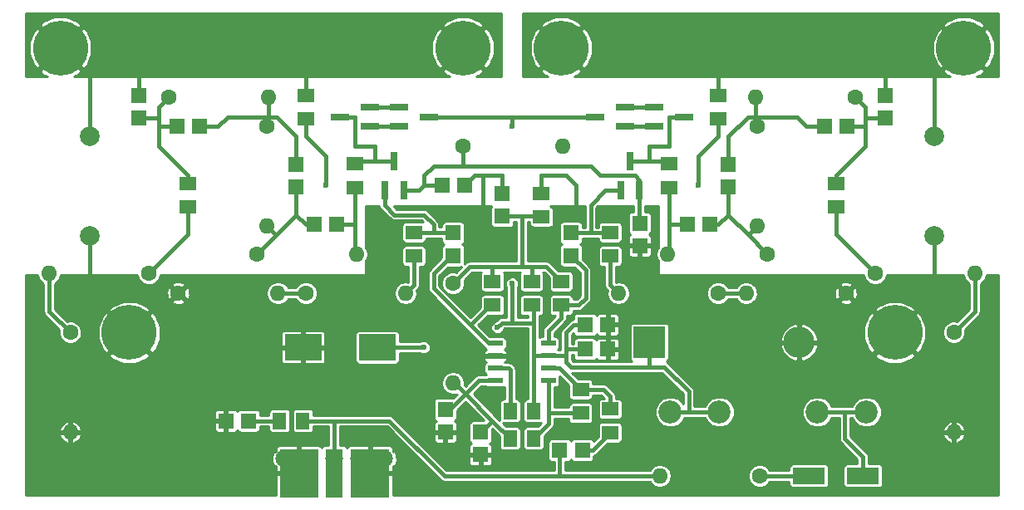
<source format=gbr>
G04 #@! TF.FileFunction,Copper,L1,Top,Signal*
%FSLAX46Y46*%
G04 Gerber Fmt 4.6, Leading zero omitted, Abs format (unit mm)*
G04 Created by KiCad (PCBNEW 4.0.7-e2-6376~58~ubuntu14.04.1) date Sat Mar 16 06:29:51 2019*
%MOMM*%
%LPD*%
G01*
G04 APERTURE LIST*
%ADD10C,0.100000*%
%ADD11R,1.900000X0.800000*%
%ADD12R,0.800000X1.900000*%
%ADD13R,1.550000X0.600000*%
%ADD14C,5.600000*%
%ADD15R,1.600000X1.600000*%
%ADD16C,1.998980*%
%ADD17R,1.700000X1.400000*%
%ADD18R,1.400000X1.700000*%
%ADD19C,1.600000*%
%ADD20O,1.600000X1.600000*%
%ADD21R,3.300000X1.700000*%
%ADD22C,2.350000*%
%ADD23C,1.800000*%
%ADD24R,1.800000X5.000000*%
%ADD25R,3.960000X5.000000*%
%ADD26R,3.750000X2.700000*%
%ADD27R,3.200000X3.200000*%
%ADD28O,3.200000X3.200000*%
%ADD29C,0.600000*%
%ADD30C,0.400000*%
%ADD31C,0.254000*%
G04 APERTURE END LIST*
D10*
D11*
X97500000Y-43050000D03*
X97500000Y-44950000D03*
X100500000Y-44000000D03*
X94500000Y-44950000D03*
X94500000Y-43050000D03*
X91500000Y-44000000D03*
X68500000Y-44950000D03*
X68500000Y-43050000D03*
X65500000Y-44000000D03*
X71500000Y-43050000D03*
X71500000Y-44950000D03*
X74500000Y-44000000D03*
D12*
X94050000Y-51500000D03*
X95950000Y-51500000D03*
X95000000Y-48500000D03*
X70050000Y-51500000D03*
X71950000Y-51500000D03*
X71000000Y-48500000D03*
D13*
X81300000Y-67095000D03*
X81300000Y-68365000D03*
X81300000Y-69635000D03*
X81300000Y-70905000D03*
X86700000Y-70905000D03*
X86700000Y-69635000D03*
X86700000Y-68365000D03*
X86700000Y-67095000D03*
D14*
X88000000Y-37000000D03*
X37000000Y-37000000D03*
X129000000Y-37000000D03*
X78000000Y-37000000D03*
D15*
X121000000Y-44150000D03*
X121000000Y-41850000D03*
X45000000Y-44150000D03*
X45000000Y-41850000D03*
D16*
X126000000Y-46000000D03*
X126000000Y-56160000D03*
X40000000Y-46000000D03*
X40000000Y-56160000D03*
D17*
X99000000Y-51200000D03*
X99000000Y-48800000D03*
X116000000Y-53200000D03*
X116000000Y-50800000D03*
X93000000Y-73800000D03*
X93000000Y-76200000D03*
X104000000Y-44200000D03*
X104000000Y-41800000D03*
X93000000Y-55800000D03*
X93000000Y-58200000D03*
D18*
X61700000Y-75000000D03*
X59300000Y-75000000D03*
D17*
X90000000Y-71800000D03*
X90000000Y-74200000D03*
X88000000Y-63200000D03*
X88000000Y-60800000D03*
X86000000Y-51800000D03*
X86000000Y-54200000D03*
X85000000Y-63200000D03*
X85000000Y-60800000D03*
D18*
X85200000Y-74000000D03*
X82800000Y-74000000D03*
X85200000Y-76800000D03*
X82800000Y-76800000D03*
D17*
X81000000Y-60800000D03*
X81000000Y-63200000D03*
X67000000Y-51200000D03*
X67000000Y-48800000D03*
X50000000Y-53200000D03*
X50000000Y-50800000D03*
X73000000Y-55800000D03*
X73000000Y-58200000D03*
D15*
X117150000Y-45000000D03*
X114850000Y-45000000D03*
X105000000Y-48850000D03*
X105000000Y-51150000D03*
X103150000Y-55000000D03*
X100850000Y-55000000D03*
D19*
X118000000Y-42000000D03*
D20*
X107840000Y-42000000D03*
D19*
X108000000Y-45000000D03*
D20*
X108000000Y-55160000D03*
D19*
X109000000Y-58000000D03*
D20*
X98840000Y-58000000D03*
D19*
X120000000Y-60000000D03*
D20*
X130160000Y-60000000D03*
D19*
X128000000Y-66000000D03*
D20*
X128000000Y-76160000D03*
D15*
X96000000Y-57150000D03*
X96000000Y-54850000D03*
X89000000Y-55850000D03*
X89000000Y-58150000D03*
D19*
X104000000Y-62000000D03*
D20*
X93840000Y-62000000D03*
D19*
X117000000Y-62000000D03*
D20*
X106840000Y-62000000D03*
D21*
X118750000Y-80600000D03*
X113250000Y-80600000D03*
D22*
X104100000Y-74100000D03*
X99100000Y-74100000D03*
X114100000Y-74100000D03*
X119100000Y-74100000D03*
D19*
X78000000Y-47000000D03*
D20*
X88160000Y-47000000D03*
D17*
X62000000Y-44200000D03*
X62000000Y-41800000D03*
D15*
X77000000Y-55850000D03*
X77000000Y-58150000D03*
X78150000Y-51000000D03*
X75850000Y-51000000D03*
X48850000Y-45000000D03*
X51150000Y-45000000D03*
X61000000Y-48850000D03*
X61000000Y-51150000D03*
X62850000Y-55000000D03*
X65150000Y-55000000D03*
D19*
X48000000Y-42000000D03*
D20*
X58160000Y-42000000D03*
D19*
X58000000Y-45000000D03*
D20*
X58000000Y-55160000D03*
D19*
X57000000Y-58000000D03*
D20*
X67160000Y-58000000D03*
D19*
X46000000Y-60000000D03*
D20*
X35840000Y-60000000D03*
D19*
X38000000Y-66000000D03*
D20*
X38000000Y-76160000D03*
D15*
X82000000Y-51850000D03*
X82000000Y-54150000D03*
D19*
X62000000Y-62000000D03*
D20*
X72160000Y-62000000D03*
D19*
X49000000Y-62000000D03*
D20*
X59160000Y-62000000D03*
D19*
X77000000Y-61000000D03*
D20*
X77000000Y-71160000D03*
D15*
X76200000Y-73850000D03*
X76200000Y-76150000D03*
X79800000Y-78450000D03*
X79800000Y-76150000D03*
X92750000Y-67700000D03*
X90450000Y-67700000D03*
X90150000Y-78000000D03*
X87850000Y-78000000D03*
X92750000Y-65200000D03*
X90450000Y-65200000D03*
X53850000Y-75000000D03*
X56150000Y-75000000D03*
D19*
X108200000Y-80600000D03*
D20*
X98040000Y-80600000D03*
D23*
X69980000Y-78843000D03*
X59820000Y-78843000D03*
D24*
X64900000Y-80350000D03*
D25*
X61280000Y-80350000D03*
X68520000Y-80350000D03*
D23*
X67440000Y-78843000D03*
X62360000Y-78843000D03*
X64900000Y-78843000D03*
D26*
X69275000Y-67500000D03*
X61725000Y-67500000D03*
D27*
X97000000Y-67000000D03*
D28*
X112240000Y-67000000D03*
D14*
X44000000Y-66000000D03*
X122000000Y-66000000D03*
D29*
X110000000Y-62000000D03*
X98100000Y-61900000D03*
X65400000Y-67400000D03*
X65000000Y-70900000D03*
X71000000Y-70900000D03*
X75200000Y-70200000D03*
X84000000Y-71900000D03*
X98300000Y-71800000D03*
X108600000Y-70900000D03*
X108600000Y-64600000D03*
X103700000Y-66700000D03*
X99900000Y-64300000D03*
X99800000Y-77700000D03*
X93500000Y-79000000D03*
X95300000Y-75500000D03*
X94500000Y-71300000D03*
X94500000Y-67700000D03*
X77100000Y-81900000D03*
X77100000Y-78500000D03*
X83500000Y-81800000D03*
X83500000Y-78800000D03*
X69600000Y-64100000D03*
X74400000Y-62900000D03*
X72500000Y-65800000D03*
X79400000Y-68400000D03*
X80800000Y-72700000D03*
X82000000Y-58000000D03*
X78800000Y-62100000D03*
X75000000Y-57700000D03*
X77300000Y-65800000D03*
X83700000Y-67500000D03*
X86500000Y-64400000D03*
X91000000Y-57600000D03*
X91700000Y-60500000D03*
X89500000Y-54000000D03*
X93200000Y-54000000D03*
X76700000Y-54000000D03*
X69600000Y-57700000D03*
X69100000Y-54300000D03*
X85500000Y-56500000D03*
X83000000Y-45000000D03*
X80000000Y-56000000D03*
X64000000Y-51000000D03*
X102000000Y-51000000D03*
X81500000Y-65500000D03*
X74000000Y-67500000D03*
X83000000Y-61000000D03*
D30*
X94500000Y-43050000D02*
X97500000Y-43050000D01*
X94500000Y-44950000D02*
X97500000Y-44950000D01*
X97000000Y-48500000D02*
X97000000Y-47000000D01*
X97000000Y-47000000D02*
X99000000Y-47000000D01*
X99000000Y-47000000D02*
X99000000Y-44000000D01*
X99000000Y-44000000D02*
X100500000Y-44000000D01*
X95000000Y-48500000D02*
X97000000Y-48500000D01*
X97000000Y-48500000D02*
X98700000Y-48500000D01*
X98700000Y-48500000D02*
X99000000Y-48800000D01*
X99900000Y-64300000D02*
X99900000Y-63700000D01*
X99900000Y-63700000D02*
X98100000Y-61900000D01*
X79400000Y-68400000D02*
X77000000Y-68400000D01*
X71000000Y-70900000D02*
X65000000Y-70900000D01*
X77000000Y-68400000D02*
X75200000Y-70200000D01*
X94500000Y-71300000D02*
X97800000Y-71300000D01*
X97800000Y-71300000D02*
X98300000Y-71800000D01*
X92750000Y-65200000D02*
X94100000Y-65200000D01*
X105800000Y-64600000D02*
X108600000Y-64600000D01*
X103700000Y-66700000D02*
X105800000Y-64600000D01*
X95000000Y-64300000D02*
X99900000Y-64300000D01*
X94100000Y-65200000D02*
X95000000Y-64300000D01*
X92750000Y-67700000D02*
X94500000Y-67700000D01*
X95300000Y-72100000D02*
X95300000Y-75500000D01*
X94500000Y-71300000D02*
X95300000Y-72100000D01*
X79800000Y-78450000D02*
X77150000Y-78450000D01*
X77150000Y-78450000D02*
X77100000Y-78500000D01*
X79800000Y-78450000D02*
X81350000Y-78450000D01*
X81700000Y-78800000D02*
X83500000Y-78800000D01*
X81350000Y-78450000D02*
X81700000Y-78800000D01*
X74400000Y-62900000D02*
X74400000Y-63900000D01*
X74400000Y-63900000D02*
X72500000Y-65800000D01*
X79435000Y-68365000D02*
X79400000Y-68400000D01*
X81300000Y-68365000D02*
X79435000Y-68365000D01*
X77300000Y-65800000D02*
X74400000Y-62900000D01*
X75000000Y-58600000D02*
X74100000Y-59500000D01*
X74100000Y-59500000D02*
X74100000Y-62600000D01*
X74100000Y-62600000D02*
X74400000Y-62900000D01*
X75000000Y-58600000D02*
X75000000Y-57700000D01*
X82835000Y-68365000D02*
X83700000Y-67500000D01*
X81300000Y-68365000D02*
X82835000Y-68365000D01*
X92750000Y-65200000D02*
X92750000Y-63650000D01*
X91700000Y-62600000D02*
X91700000Y-60500000D01*
X92750000Y-63650000D02*
X91700000Y-62600000D01*
X69600000Y-57700000D02*
X69600000Y-54800000D01*
X69600000Y-54800000D02*
X69100000Y-54300000D01*
X89500000Y-54000000D02*
X88000000Y-54000000D01*
X86000000Y-51800000D02*
X86000000Y-50000000D01*
X88500000Y-50000000D02*
X89500000Y-51000000D01*
X89500000Y-51000000D02*
X89500000Y-54000000D01*
X86000000Y-50000000D02*
X88500000Y-50000000D01*
X86500000Y-56500000D02*
X85500000Y-56500000D01*
X87500000Y-55500000D02*
X86500000Y-56500000D01*
X87500000Y-54500000D02*
X87500000Y-55500000D01*
X88000000Y-54000000D02*
X87500000Y-54500000D01*
X83000000Y-44000000D02*
X83000000Y-45000000D01*
X80000000Y-56000000D02*
X80000000Y-50000000D01*
X62000000Y-44200000D02*
X62000000Y-46000000D01*
X64000000Y-48000000D02*
X64000000Y-51000000D01*
X62000000Y-46000000D02*
X64000000Y-48000000D01*
X104000000Y-44200000D02*
X104000000Y-46000000D01*
X102000000Y-48000000D02*
X102000000Y-51000000D01*
X104000000Y-46000000D02*
X102000000Y-48000000D01*
X82000000Y-50000000D02*
X80000000Y-50000000D01*
X80000000Y-50000000D02*
X79150000Y-50000000D01*
X79150000Y-50000000D02*
X78150000Y-51000000D01*
X82000000Y-44000000D02*
X83000000Y-44000000D01*
X83000000Y-44000000D02*
X86000000Y-44000000D01*
X86000000Y-44000000D02*
X91500000Y-44000000D01*
X74500000Y-44000000D02*
X82000000Y-44000000D01*
X82000000Y-50000000D02*
X82000000Y-51850000D01*
X40000000Y-56160000D02*
X40000000Y-62000000D01*
X40000000Y-62000000D02*
X44000000Y-66000000D01*
X126000000Y-56160000D02*
X126000000Y-62000000D01*
X126000000Y-62000000D02*
X122000000Y-66000000D01*
X71500000Y-44950000D02*
X68500000Y-44950000D01*
X71500000Y-43050000D02*
X68500000Y-43050000D01*
X69000000Y-48500000D02*
X69000000Y-47000000D01*
X67000000Y-44000000D02*
X67000000Y-47000000D01*
X67000000Y-47000000D02*
X69000000Y-47000000D01*
X67000000Y-44000000D02*
X65500000Y-44000000D01*
X71000000Y-48500000D02*
X69000000Y-48500000D01*
X69000000Y-48500000D02*
X67300000Y-48500000D01*
X67300000Y-48500000D02*
X67000000Y-48800000D01*
X78000000Y-47000000D02*
X78000000Y-49000000D01*
X74000000Y-51000000D02*
X74000000Y-50000000D01*
X74000000Y-50000000D02*
X75000000Y-49000000D01*
X75000000Y-49000000D02*
X78000000Y-49000000D01*
X95950000Y-50450000D02*
X95950000Y-51500000D01*
X95500000Y-50000000D02*
X95950000Y-50450000D01*
X92000000Y-50000000D02*
X95500000Y-50000000D01*
X91000000Y-49000000D02*
X92000000Y-50000000D01*
X78000000Y-49000000D02*
X78500000Y-49000000D01*
X78500000Y-49000000D02*
X91000000Y-49000000D01*
X71950000Y-51500000D02*
X73500000Y-51500000D01*
X74000000Y-51000000D02*
X75850000Y-51000000D01*
X73500000Y-51500000D02*
X74000000Y-51000000D01*
X95950000Y-51500000D02*
X95950000Y-54800000D01*
X95950000Y-54800000D02*
X96000000Y-54850000D01*
X126000000Y-46000000D02*
X126000000Y-39000000D01*
X104000000Y-41800000D02*
X104000000Y-39000000D01*
X121000000Y-41850000D02*
X121000000Y-38000000D01*
X62000000Y-41800000D02*
X62000000Y-39000000D01*
X40000000Y-46000000D02*
X40000000Y-39000000D01*
X45000000Y-41850000D02*
X45000000Y-39000000D01*
X121000000Y-44150000D02*
X119000000Y-44150000D01*
X117150000Y-45000000D02*
X119000000Y-45000000D01*
X116000000Y-50800000D02*
X116000000Y-50000000D01*
X119000000Y-43000000D02*
X118000000Y-42000000D01*
X119000000Y-47000000D02*
X119000000Y-45000000D01*
X119000000Y-45000000D02*
X119000000Y-44150000D01*
X119000000Y-44150000D02*
X119000000Y-43000000D01*
X116000000Y-50000000D02*
X119000000Y-47000000D01*
X45000000Y-44150000D02*
X47000000Y-44150000D01*
X48850000Y-45000000D02*
X47000000Y-45000000D01*
X50000000Y-50800000D02*
X50000000Y-50000000D01*
X47000000Y-43000000D02*
X48000000Y-42000000D01*
X47000000Y-47000000D02*
X47000000Y-45000000D01*
X47000000Y-45000000D02*
X47000000Y-44150000D01*
X47000000Y-44150000D02*
X47000000Y-43000000D01*
X50000000Y-50000000D02*
X47000000Y-47000000D01*
X91000000Y-55850000D02*
X91000000Y-53000000D01*
X92500000Y-51500000D02*
X94050000Y-51500000D01*
X91000000Y-53000000D02*
X92500000Y-51500000D01*
X89000000Y-55850000D02*
X91000000Y-55850000D01*
X91000000Y-55850000D02*
X92950000Y-55850000D01*
X92950000Y-55850000D02*
X93000000Y-55800000D01*
X75000000Y-55800000D02*
X75000000Y-55000000D01*
X70000000Y-53000000D02*
X70000000Y-51550000D01*
X71000000Y-54000000D02*
X70000000Y-53000000D01*
X74000000Y-54000000D02*
X71000000Y-54000000D01*
X75000000Y-55000000D02*
X74000000Y-54000000D01*
X70000000Y-51550000D02*
X70050000Y-51500000D01*
X73000000Y-55800000D02*
X75000000Y-55800000D01*
X75000000Y-55800000D02*
X76950000Y-55800000D01*
X76950000Y-55800000D02*
X77000000Y-55850000D01*
X86700000Y-69635000D02*
X87835000Y-69635000D01*
X87835000Y-69635000D02*
X90000000Y-71800000D01*
X90000000Y-71800000D02*
X92300000Y-71800000D01*
X92300000Y-71800000D02*
X93000000Y-72500000D01*
X93000000Y-72500000D02*
X93000000Y-73800000D01*
X90000000Y-74200000D02*
X86700000Y-74200000D01*
X86700000Y-70905000D02*
X86700000Y-73100000D01*
X86700000Y-73100000D02*
X86700000Y-74200000D01*
X86700000Y-74200000D02*
X86700000Y-75300000D01*
X85200000Y-76800000D02*
X86700000Y-75300000D01*
X88000000Y-63200000D02*
X88000000Y-64500000D01*
X86700000Y-65800000D02*
X86700000Y-67095000D01*
X88000000Y-64500000D02*
X86700000Y-65800000D01*
X88000000Y-63200000D02*
X89800000Y-63200000D01*
X90500000Y-59650000D02*
X89000000Y-58150000D01*
X90500000Y-62500000D02*
X90500000Y-59650000D01*
X89800000Y-63200000D02*
X90500000Y-62500000D01*
X84000000Y-54150000D02*
X84000000Y-59300000D01*
X85000000Y-59300000D02*
X86500000Y-59300000D01*
X81000000Y-59300000D02*
X84000000Y-59300000D01*
X84000000Y-59300000D02*
X85000000Y-59300000D01*
X78700000Y-59300000D02*
X81000000Y-59300000D01*
X85000000Y-60800000D02*
X85000000Y-59300000D01*
X81000000Y-60800000D02*
X81000000Y-59300000D01*
X78700000Y-59300000D02*
X77000000Y-61000000D01*
X86500000Y-59300000D02*
X88000000Y-60800000D01*
X82000000Y-54150000D02*
X84000000Y-54150000D01*
X84000000Y-54150000D02*
X85950000Y-54150000D01*
X85950000Y-54150000D02*
X86000000Y-54200000D01*
X69275000Y-67500000D02*
X74000000Y-67500000D01*
X82000000Y-65000000D02*
X83000000Y-65000000D01*
X81500000Y-65500000D02*
X82000000Y-65000000D01*
X83000000Y-65000000D02*
X85200000Y-65000000D01*
X83000000Y-61000000D02*
X83000000Y-65000000D01*
X97000000Y-67000000D02*
X97000000Y-69500000D01*
X94500000Y-69500000D02*
X97000000Y-69500000D01*
X97000000Y-69500000D02*
X98500000Y-69500000D01*
X101000000Y-72000000D02*
X101000000Y-74100000D01*
X98500000Y-69500000D02*
X101000000Y-72000000D01*
X104100000Y-74100000D02*
X101000000Y-74100000D01*
X101000000Y-74100000D02*
X99100000Y-74100000D01*
X86700000Y-68365000D02*
X85200000Y-68365000D01*
X85200000Y-74000000D02*
X85200000Y-68365000D01*
X85200000Y-68365000D02*
X85200000Y-65000000D01*
X85200000Y-65000000D02*
X85200000Y-63400000D01*
X85200000Y-63400000D02*
X85000000Y-63200000D01*
X86700000Y-68365000D02*
X88500000Y-68365000D01*
X88500000Y-68000000D02*
X88500000Y-68365000D01*
X88500000Y-68000000D02*
X88500000Y-67700000D01*
X88500000Y-68365000D02*
X88500000Y-69000000D01*
X88500000Y-69000000D02*
X89000000Y-69500000D01*
X89000000Y-69500000D02*
X94500000Y-69500000D01*
X90450000Y-67700000D02*
X88500000Y-67700000D01*
X89300000Y-65200000D02*
X90450000Y-65200000D01*
X88500000Y-66000000D02*
X89300000Y-65200000D01*
X88500000Y-67700000D02*
X88500000Y-66000000D01*
X81300000Y-69635000D02*
X82635000Y-69635000D01*
X82800000Y-69800000D02*
X82800000Y-74000000D01*
X82635000Y-69635000D02*
X82800000Y-69800000D01*
X79800000Y-76150000D02*
X79850000Y-76150000D01*
X79850000Y-76150000D02*
X81000000Y-75000000D01*
X76200000Y-73850000D02*
X76650000Y-73850000D01*
X76650000Y-73850000D02*
X78250000Y-72250000D01*
X81300000Y-70905000D02*
X79595000Y-70905000D01*
X79595000Y-70905000D02*
X78250000Y-72250000D01*
X77000000Y-71160000D02*
X77160000Y-71160000D01*
X77160000Y-71160000D02*
X78250000Y-72250000D01*
X78250000Y-72250000D02*
X81000000Y-75000000D01*
X81000000Y-75000000D02*
X82800000Y-76800000D01*
X81000000Y-63200000D02*
X80800000Y-63200000D01*
X80800000Y-63200000D02*
X78750000Y-65250000D01*
X77000000Y-58150000D02*
X76850000Y-58150000D01*
X76850000Y-58150000D02*
X75000000Y-60000000D01*
X75000000Y-60000000D02*
X75000000Y-61500000D01*
X75000000Y-61500000D02*
X78750000Y-65250000D01*
X78750000Y-65250000D02*
X80595000Y-67095000D01*
X80595000Y-67095000D02*
X81300000Y-67095000D01*
X105000000Y-48850000D02*
X105000000Y-46000000D01*
X107000000Y-44000000D02*
X107840000Y-44000000D01*
X105000000Y-46000000D02*
X107000000Y-44000000D01*
X114850000Y-45000000D02*
X113000000Y-45000000D01*
X112000000Y-44000000D02*
X107840000Y-44000000D01*
X113000000Y-45000000D02*
X112000000Y-44000000D01*
X107840000Y-42000000D02*
X107840000Y-44000000D01*
X107840000Y-44000000D02*
X107840000Y-44840000D01*
X107840000Y-44840000D02*
X108000000Y-45000000D01*
X103150000Y-55000000D02*
X104000000Y-55000000D01*
X104000000Y-55000000D02*
X105000000Y-54000000D01*
X107000000Y-56000000D02*
X107160000Y-56000000D01*
X107160000Y-56000000D02*
X108000000Y-55160000D01*
X105000000Y-51150000D02*
X105000000Y-54000000D01*
X105000000Y-54000000D02*
X107000000Y-56000000D01*
X107000000Y-56000000D02*
X109000000Y-58000000D01*
X100850000Y-55000000D02*
X99000000Y-55000000D01*
X99000000Y-51200000D02*
X99000000Y-55000000D01*
X99000000Y-55000000D02*
X99000000Y-57840000D01*
X99000000Y-57840000D02*
X98840000Y-58000000D01*
X116000000Y-53200000D02*
X116000000Y-56000000D01*
X116000000Y-56000000D02*
X120000000Y-60000000D01*
X93000000Y-58200000D02*
X93000000Y-61160000D01*
X93000000Y-61160000D02*
X93840000Y-62000000D01*
X130160000Y-60000000D02*
X130160000Y-63840000D01*
X130160000Y-63840000D02*
X128000000Y-66000000D01*
X104000000Y-62000000D02*
X106840000Y-62000000D01*
X116900000Y-74100000D02*
X116900000Y-76800000D01*
X118750000Y-78650000D02*
X118750000Y-80600000D01*
X116900000Y-76800000D02*
X118750000Y-78650000D01*
X114100000Y-74100000D02*
X116900000Y-74100000D01*
X116900000Y-74100000D02*
X119100000Y-74100000D01*
X58160000Y-44000000D02*
X59000000Y-44000000D01*
X61000000Y-46000000D02*
X61000000Y-48850000D01*
X59000000Y-44000000D02*
X61000000Y-46000000D01*
X51150000Y-45000000D02*
X53000000Y-45000000D01*
X54000000Y-44000000D02*
X58160000Y-44000000D01*
X53000000Y-45000000D02*
X54000000Y-44000000D01*
X58160000Y-42000000D02*
X58160000Y-44000000D01*
X58160000Y-44000000D02*
X58160000Y-44840000D01*
X58160000Y-44840000D02*
X58000000Y-45000000D01*
X62850000Y-55000000D02*
X62000000Y-55000000D01*
X62000000Y-55000000D02*
X61000000Y-54000000D01*
X59000000Y-56000000D02*
X58840000Y-56000000D01*
X58840000Y-56000000D02*
X58000000Y-55160000D01*
X61000000Y-51150000D02*
X61000000Y-54000000D01*
X61000000Y-54000000D02*
X59000000Y-56000000D01*
X59000000Y-56000000D02*
X57000000Y-58000000D01*
X65150000Y-55000000D02*
X67000000Y-55000000D01*
X67000000Y-51200000D02*
X67000000Y-55000000D01*
X67000000Y-55000000D02*
X67000000Y-57840000D01*
X67000000Y-57840000D02*
X67160000Y-58000000D01*
X46000000Y-60000000D02*
X50000000Y-56000000D01*
X50000000Y-56000000D02*
X50000000Y-53200000D01*
X35840000Y-60000000D02*
X35840000Y-63840000D01*
X35840000Y-63840000D02*
X38000000Y-66000000D01*
X108200000Y-80600000D02*
X113250000Y-80600000D01*
X90150000Y-78000000D02*
X91200000Y-78000000D01*
X91200000Y-78000000D02*
X93000000Y-76200000D01*
X64900000Y-80350000D02*
X64900000Y-75000000D01*
X87850000Y-78000000D02*
X87850000Y-80600000D01*
X61700000Y-75000000D02*
X64900000Y-75000000D01*
X64900000Y-75000000D02*
X70500000Y-75000000D01*
X76100000Y-80600000D02*
X87850000Y-80600000D01*
X87850000Y-80600000D02*
X98040000Y-80600000D01*
X70500000Y-75000000D02*
X76100000Y-80600000D01*
X59300000Y-75000000D02*
X56150000Y-75000000D01*
X73000000Y-58200000D02*
X73000000Y-61160000D01*
X73000000Y-61160000D02*
X72160000Y-62000000D01*
X62000000Y-62000000D02*
X59160000Y-62000000D01*
D31*
G36*
X81873000Y-39873000D02*
X79365888Y-39873000D01*
X79799483Y-39693426D01*
X79799768Y-39693235D01*
X80132228Y-39311833D01*
X78000000Y-37179605D01*
X75867772Y-39311833D01*
X76200232Y-39693235D01*
X76634158Y-39873000D01*
X38365888Y-39873000D01*
X38799483Y-39693426D01*
X38799768Y-39693235D01*
X39132228Y-39311833D01*
X37000000Y-37179605D01*
X34867772Y-39311833D01*
X35200232Y-39693235D01*
X35634158Y-39873000D01*
X33452000Y-39873000D01*
X33452000Y-37631776D01*
X33822966Y-37631776D01*
X34306574Y-38799483D01*
X34306765Y-38799768D01*
X34688167Y-39132228D01*
X36820395Y-37000000D01*
X37179605Y-37000000D01*
X39311833Y-39132228D01*
X39693235Y-38799768D01*
X40176966Y-37632113D01*
X40176966Y-37631776D01*
X74822966Y-37631776D01*
X75306574Y-38799483D01*
X75306765Y-38799768D01*
X75688167Y-39132228D01*
X77820395Y-37000000D01*
X78179605Y-37000000D01*
X80311833Y-39132228D01*
X80693235Y-38799768D01*
X81176966Y-37632113D01*
X81177034Y-36368224D01*
X80693426Y-35200517D01*
X80693235Y-35200232D01*
X80311833Y-34867772D01*
X78179605Y-37000000D01*
X77820395Y-37000000D01*
X75688167Y-34867772D01*
X75306765Y-35200232D01*
X74823034Y-36367887D01*
X74822966Y-37631776D01*
X40176966Y-37631776D01*
X40177034Y-36368224D01*
X39693426Y-35200517D01*
X39693235Y-35200232D01*
X39311833Y-34867772D01*
X37179605Y-37000000D01*
X36820395Y-37000000D01*
X34688167Y-34867772D01*
X34306765Y-35200232D01*
X33823034Y-36367887D01*
X33822966Y-37631776D01*
X33452000Y-37631776D01*
X33452000Y-34688167D01*
X34867772Y-34688167D01*
X37000000Y-36820395D01*
X39132228Y-34688167D01*
X75867772Y-34688167D01*
X78000000Y-36820395D01*
X80132228Y-34688167D01*
X79799768Y-34306765D01*
X78632113Y-33823034D01*
X77368224Y-33822966D01*
X76200517Y-34306574D01*
X76200232Y-34306765D01*
X75867772Y-34688167D01*
X39132228Y-34688167D01*
X38799768Y-34306765D01*
X37632113Y-33823034D01*
X36368224Y-33822966D01*
X35200517Y-34306574D01*
X35200232Y-34306765D01*
X34867772Y-34688167D01*
X33452000Y-34688167D01*
X33452000Y-33452000D01*
X81873000Y-33452000D01*
X81873000Y-39873000D01*
X81873000Y-39873000D01*
G37*
X81873000Y-39873000D02*
X79365888Y-39873000D01*
X79799483Y-39693426D01*
X79799768Y-39693235D01*
X80132228Y-39311833D01*
X78000000Y-37179605D01*
X75867772Y-39311833D01*
X76200232Y-39693235D01*
X76634158Y-39873000D01*
X38365888Y-39873000D01*
X38799483Y-39693426D01*
X38799768Y-39693235D01*
X39132228Y-39311833D01*
X37000000Y-37179605D01*
X34867772Y-39311833D01*
X35200232Y-39693235D01*
X35634158Y-39873000D01*
X33452000Y-39873000D01*
X33452000Y-37631776D01*
X33822966Y-37631776D01*
X34306574Y-38799483D01*
X34306765Y-38799768D01*
X34688167Y-39132228D01*
X36820395Y-37000000D01*
X37179605Y-37000000D01*
X39311833Y-39132228D01*
X39693235Y-38799768D01*
X40176966Y-37632113D01*
X40176966Y-37631776D01*
X74822966Y-37631776D01*
X75306574Y-38799483D01*
X75306765Y-38799768D01*
X75688167Y-39132228D01*
X77820395Y-37000000D01*
X78179605Y-37000000D01*
X80311833Y-39132228D01*
X80693235Y-38799768D01*
X81176966Y-37632113D01*
X81177034Y-36368224D01*
X80693426Y-35200517D01*
X80693235Y-35200232D01*
X80311833Y-34867772D01*
X78179605Y-37000000D01*
X77820395Y-37000000D01*
X75688167Y-34867772D01*
X75306765Y-35200232D01*
X74823034Y-36367887D01*
X74822966Y-37631776D01*
X40176966Y-37631776D01*
X40177034Y-36368224D01*
X39693426Y-35200517D01*
X39693235Y-35200232D01*
X39311833Y-34867772D01*
X37179605Y-37000000D01*
X36820395Y-37000000D01*
X34688167Y-34867772D01*
X34306765Y-35200232D01*
X33823034Y-36367887D01*
X33822966Y-37631776D01*
X33452000Y-37631776D01*
X33452000Y-34688167D01*
X34867772Y-34688167D01*
X37000000Y-36820395D01*
X39132228Y-34688167D01*
X75867772Y-34688167D01*
X78000000Y-36820395D01*
X80132228Y-34688167D01*
X79799768Y-34306765D01*
X78632113Y-33823034D01*
X77368224Y-33822966D01*
X76200517Y-34306574D01*
X76200232Y-34306765D01*
X75867772Y-34688167D01*
X39132228Y-34688167D01*
X38799768Y-34306765D01*
X37632113Y-33823034D01*
X36368224Y-33822966D01*
X35200517Y-34306574D01*
X35200232Y-34306765D01*
X34867772Y-34688167D01*
X33452000Y-34688167D01*
X33452000Y-33452000D01*
X81873000Y-33452000D01*
X81873000Y-39873000D01*
G36*
X132548000Y-39873000D02*
X130365888Y-39873000D01*
X130799483Y-39693426D01*
X130799768Y-39693235D01*
X131132228Y-39311833D01*
X129000000Y-37179605D01*
X126867772Y-39311833D01*
X127200232Y-39693235D01*
X127634158Y-39873000D01*
X89365888Y-39873000D01*
X89799483Y-39693426D01*
X89799768Y-39693235D01*
X90132228Y-39311833D01*
X88000000Y-37179605D01*
X85867772Y-39311833D01*
X86200232Y-39693235D01*
X86634158Y-39873000D01*
X84127000Y-39873000D01*
X84127000Y-37631776D01*
X84822966Y-37631776D01*
X85306574Y-38799483D01*
X85306765Y-38799768D01*
X85688167Y-39132228D01*
X87820395Y-37000000D01*
X88179605Y-37000000D01*
X90311833Y-39132228D01*
X90693235Y-38799768D01*
X91176966Y-37632113D01*
X91176966Y-37631776D01*
X125822966Y-37631776D01*
X126306574Y-38799483D01*
X126306765Y-38799768D01*
X126688167Y-39132228D01*
X128820395Y-37000000D01*
X129179605Y-37000000D01*
X131311833Y-39132228D01*
X131693235Y-38799768D01*
X132176966Y-37632113D01*
X132177034Y-36368224D01*
X131693426Y-35200517D01*
X131693235Y-35200232D01*
X131311833Y-34867772D01*
X129179605Y-37000000D01*
X128820395Y-37000000D01*
X126688167Y-34867772D01*
X126306765Y-35200232D01*
X125823034Y-36367887D01*
X125822966Y-37631776D01*
X91176966Y-37631776D01*
X91177034Y-36368224D01*
X90693426Y-35200517D01*
X90693235Y-35200232D01*
X90311833Y-34867772D01*
X88179605Y-37000000D01*
X87820395Y-37000000D01*
X85688167Y-34867772D01*
X85306765Y-35200232D01*
X84823034Y-36367887D01*
X84822966Y-37631776D01*
X84127000Y-37631776D01*
X84127000Y-34688167D01*
X85867772Y-34688167D01*
X88000000Y-36820395D01*
X90132228Y-34688167D01*
X126867772Y-34688167D01*
X129000000Y-36820395D01*
X131132228Y-34688167D01*
X130799768Y-34306765D01*
X129632113Y-33823034D01*
X128368224Y-33822966D01*
X127200517Y-34306574D01*
X127200232Y-34306765D01*
X126867772Y-34688167D01*
X90132228Y-34688167D01*
X89799768Y-34306765D01*
X88632113Y-33823034D01*
X87368224Y-33822966D01*
X86200517Y-34306574D01*
X86200232Y-34306765D01*
X85867772Y-34688167D01*
X84127000Y-34688167D01*
X84127000Y-33452000D01*
X132548000Y-33452000D01*
X132548000Y-39873000D01*
X132548000Y-39873000D01*
G37*
X132548000Y-39873000D02*
X130365888Y-39873000D01*
X130799483Y-39693426D01*
X130799768Y-39693235D01*
X131132228Y-39311833D01*
X129000000Y-37179605D01*
X126867772Y-39311833D01*
X127200232Y-39693235D01*
X127634158Y-39873000D01*
X89365888Y-39873000D01*
X89799483Y-39693426D01*
X89799768Y-39693235D01*
X90132228Y-39311833D01*
X88000000Y-37179605D01*
X85867772Y-39311833D01*
X86200232Y-39693235D01*
X86634158Y-39873000D01*
X84127000Y-39873000D01*
X84127000Y-37631776D01*
X84822966Y-37631776D01*
X85306574Y-38799483D01*
X85306765Y-38799768D01*
X85688167Y-39132228D01*
X87820395Y-37000000D01*
X88179605Y-37000000D01*
X90311833Y-39132228D01*
X90693235Y-38799768D01*
X91176966Y-37632113D01*
X91176966Y-37631776D01*
X125822966Y-37631776D01*
X126306574Y-38799483D01*
X126306765Y-38799768D01*
X126688167Y-39132228D01*
X128820395Y-37000000D01*
X129179605Y-37000000D01*
X131311833Y-39132228D01*
X131693235Y-38799768D01*
X132176966Y-37632113D01*
X132177034Y-36368224D01*
X131693426Y-35200517D01*
X131693235Y-35200232D01*
X131311833Y-34867772D01*
X129179605Y-37000000D01*
X128820395Y-37000000D01*
X126688167Y-34867772D01*
X126306765Y-35200232D01*
X125823034Y-36367887D01*
X125822966Y-37631776D01*
X91176966Y-37631776D01*
X91177034Y-36368224D01*
X90693426Y-35200517D01*
X90693235Y-35200232D01*
X90311833Y-34867772D01*
X88179605Y-37000000D01*
X87820395Y-37000000D01*
X85688167Y-34867772D01*
X85306765Y-35200232D01*
X84823034Y-36367887D01*
X84822966Y-37631776D01*
X84127000Y-37631776D01*
X84127000Y-34688167D01*
X85867772Y-34688167D01*
X88000000Y-36820395D01*
X90132228Y-34688167D01*
X126867772Y-34688167D01*
X129000000Y-36820395D01*
X131132228Y-34688167D01*
X130799768Y-34306765D01*
X129632113Y-33823034D01*
X128368224Y-33822966D01*
X127200517Y-34306574D01*
X127200232Y-34306765D01*
X126867772Y-34688167D01*
X90132228Y-34688167D01*
X89799768Y-34306765D01*
X88632113Y-33823034D01*
X87368224Y-33822966D01*
X86200517Y-34306574D01*
X86200232Y-34306765D01*
X85867772Y-34688167D01*
X84127000Y-34688167D01*
X84127000Y-33452000D01*
X132548000Y-33452000D01*
X132548000Y-39873000D01*
G36*
X69466922Y-53220808D02*
X69591999Y-53408001D01*
X70591997Y-54407998D01*
X70591999Y-54408001D01*
X70779192Y-54533078D01*
X71000000Y-54577001D01*
X71000005Y-54577000D01*
X73760998Y-54577000D01*
X73912211Y-54728213D01*
X73850000Y-54715615D01*
X72150000Y-54715615D01*
X72010292Y-54741903D01*
X71881980Y-54824470D01*
X71795899Y-54950453D01*
X71765615Y-55100000D01*
X71765615Y-56500000D01*
X71791903Y-56639708D01*
X71874470Y-56768020D01*
X72000453Y-56854101D01*
X72150000Y-56884385D01*
X73850000Y-56884385D01*
X73989708Y-56858097D01*
X74118020Y-56775530D01*
X74204101Y-56649547D01*
X74234385Y-56500000D01*
X74234385Y-56377000D01*
X75815615Y-56377000D01*
X75815615Y-56650000D01*
X75841903Y-56789708D01*
X75924470Y-56918020D01*
X76046031Y-57001080D01*
X75931980Y-57074470D01*
X75845899Y-57200453D01*
X75815615Y-57350000D01*
X75815615Y-58368383D01*
X74591999Y-59591999D01*
X74466922Y-59779192D01*
X74422999Y-60000000D01*
X74423000Y-60000005D01*
X74423000Y-61499995D01*
X74422999Y-61500000D01*
X74466922Y-61720808D01*
X74591999Y-61908001D01*
X80154896Y-67470898D01*
X80166903Y-67534708D01*
X80249470Y-67663020D01*
X80347919Y-67730288D01*
X80311447Y-67745395D01*
X80205395Y-67851447D01*
X80148000Y-67990010D01*
X80148000Y-68143750D01*
X80242250Y-68238000D01*
X81173000Y-68238000D01*
X81173000Y-68218000D01*
X81427000Y-68218000D01*
X81427000Y-68238000D01*
X82357750Y-68238000D01*
X82452000Y-68143750D01*
X82452000Y-67990010D01*
X82394605Y-67851447D01*
X82288553Y-67745395D01*
X82250909Y-67729802D01*
X82343020Y-67670530D01*
X82429101Y-67544547D01*
X82459385Y-67395000D01*
X82459385Y-66795000D01*
X82433097Y-66655292D01*
X82350530Y-66526980D01*
X82224547Y-66440899D01*
X82075000Y-66410615D01*
X80726617Y-66410615D01*
X79566002Y-65250000D01*
X80531616Y-64284385D01*
X81850000Y-64284385D01*
X81989708Y-64258097D01*
X82118020Y-64175530D01*
X82204101Y-64049547D01*
X82234385Y-63900000D01*
X82234385Y-62500000D01*
X82208097Y-62360292D01*
X82125530Y-62231980D01*
X81999547Y-62145899D01*
X81850000Y-62115615D01*
X80150000Y-62115615D01*
X80010292Y-62141903D01*
X79881980Y-62224470D01*
X79795899Y-62350453D01*
X79765615Y-62500000D01*
X79765615Y-63418384D01*
X78750000Y-64433998D01*
X75577000Y-61260998D01*
X75577000Y-60239002D01*
X76481617Y-59334385D01*
X77800000Y-59334385D01*
X77861112Y-59322886D01*
X77323928Y-59860070D01*
X77235147Y-59823205D01*
X76766907Y-59822796D01*
X76334154Y-60001606D01*
X76002770Y-60332412D01*
X75823205Y-60764853D01*
X75822796Y-61233093D01*
X76001606Y-61665846D01*
X76332412Y-61997230D01*
X76764853Y-62176795D01*
X77233093Y-62177204D01*
X77665846Y-61998394D01*
X77997230Y-61667588D01*
X78176795Y-61235147D01*
X78177204Y-60766907D01*
X78139747Y-60676255D01*
X78939002Y-59877000D01*
X79846088Y-59877000D01*
X79795899Y-59950453D01*
X79765615Y-60100000D01*
X79765615Y-61500000D01*
X79791903Y-61639708D01*
X79874470Y-61768020D01*
X80000453Y-61854101D01*
X80150000Y-61884385D01*
X81850000Y-61884385D01*
X81989708Y-61858097D01*
X82118020Y-61775530D01*
X82204101Y-61649547D01*
X82234385Y-61500000D01*
X82234385Y-60100000D01*
X82208097Y-59960292D01*
X82154500Y-59877000D01*
X83846088Y-59877000D01*
X83795899Y-59950453D01*
X83765615Y-60100000D01*
X83765615Y-61500000D01*
X83791903Y-61639708D01*
X83874470Y-61768020D01*
X84000453Y-61854101D01*
X84150000Y-61884385D01*
X85850000Y-61884385D01*
X85989708Y-61858097D01*
X86118020Y-61775530D01*
X86204101Y-61649547D01*
X86234385Y-61500000D01*
X86234385Y-60100000D01*
X86208097Y-59960292D01*
X86154500Y-59877000D01*
X86260998Y-59877000D01*
X86765615Y-60381617D01*
X86765615Y-61500000D01*
X86791903Y-61639708D01*
X86874470Y-61768020D01*
X87000453Y-61854101D01*
X87150000Y-61884385D01*
X88850000Y-61884385D01*
X88989708Y-61858097D01*
X89118020Y-61775530D01*
X89204101Y-61649547D01*
X89234385Y-61500000D01*
X89234385Y-60100000D01*
X89208097Y-59960292D01*
X89125530Y-59831980D01*
X88999547Y-59745899D01*
X88850000Y-59715615D01*
X87731616Y-59715615D01*
X86908001Y-58891999D01*
X86720808Y-58766922D01*
X86500000Y-58722999D01*
X86499995Y-58723000D01*
X84577000Y-58723000D01*
X84577000Y-54727000D01*
X84765615Y-54727000D01*
X84765615Y-54900000D01*
X84791903Y-55039708D01*
X84874470Y-55168020D01*
X85000453Y-55254101D01*
X85150000Y-55284385D01*
X86850000Y-55284385D01*
X86989708Y-55258097D01*
X87118020Y-55175530D01*
X87204101Y-55049547D01*
X87234385Y-54900000D01*
X87234385Y-53500000D01*
X87208097Y-53360292D01*
X87125530Y-53231980D01*
X86999547Y-53145899D01*
X86906221Y-53127000D01*
X90423000Y-53127000D01*
X90423000Y-55273000D01*
X90184385Y-55273000D01*
X90184385Y-55050000D01*
X90158097Y-54910292D01*
X90075530Y-54781980D01*
X89949547Y-54695899D01*
X89800000Y-54665615D01*
X88200000Y-54665615D01*
X88060292Y-54691903D01*
X87931980Y-54774470D01*
X87845899Y-54900453D01*
X87815615Y-55050000D01*
X87815615Y-56650000D01*
X87841903Y-56789708D01*
X87924470Y-56918020D01*
X88046031Y-57001080D01*
X87931980Y-57074470D01*
X87845899Y-57200453D01*
X87815615Y-57350000D01*
X87815615Y-58950000D01*
X87841903Y-59089708D01*
X87924470Y-59218020D01*
X88050453Y-59304101D01*
X88200000Y-59334385D01*
X89368384Y-59334385D01*
X89923000Y-59889001D01*
X89923000Y-62260999D01*
X89560998Y-62623000D01*
X89234385Y-62623000D01*
X89234385Y-62500000D01*
X89208097Y-62360292D01*
X89125530Y-62231980D01*
X88999547Y-62145899D01*
X88850000Y-62115615D01*
X87150000Y-62115615D01*
X87010292Y-62141903D01*
X86881980Y-62224470D01*
X86795899Y-62350453D01*
X86765615Y-62500000D01*
X86765615Y-63900000D01*
X86791903Y-64039708D01*
X86874470Y-64168020D01*
X87000453Y-64254101D01*
X87150000Y-64284385D01*
X87399614Y-64284385D01*
X86291999Y-65391999D01*
X86166922Y-65579192D01*
X86122999Y-65800000D01*
X86123000Y-65800005D01*
X86123000Y-66410615D01*
X85925000Y-66410615D01*
X85785292Y-66436903D01*
X85777000Y-66442239D01*
X85777000Y-64284385D01*
X85850000Y-64284385D01*
X85989708Y-64258097D01*
X86118020Y-64175530D01*
X86204101Y-64049547D01*
X86234385Y-63900000D01*
X86234385Y-62500000D01*
X86208097Y-62360292D01*
X86125530Y-62231980D01*
X85999547Y-62145899D01*
X85850000Y-62115615D01*
X84150000Y-62115615D01*
X84010292Y-62141903D01*
X83881980Y-62224470D01*
X83795899Y-62350453D01*
X83765615Y-62500000D01*
X83765615Y-63900000D01*
X83791903Y-64039708D01*
X83874470Y-64168020D01*
X84000453Y-64254101D01*
X84150000Y-64284385D01*
X84623000Y-64284385D01*
X84623000Y-64423000D01*
X83577000Y-64423000D01*
X83577000Y-61375797D01*
X83676882Y-61135254D01*
X83677117Y-60865927D01*
X83574267Y-60617011D01*
X83383990Y-60426402D01*
X83135254Y-60323118D01*
X82865927Y-60322883D01*
X82617011Y-60425733D01*
X82426402Y-60616010D01*
X82323118Y-60864746D01*
X82322883Y-61134073D01*
X82423000Y-61376375D01*
X82423000Y-64423000D01*
X82000005Y-64423000D01*
X82000000Y-64422999D01*
X81779192Y-64466922D01*
X81591999Y-64591999D01*
X81591997Y-64592002D01*
X81357728Y-64826271D01*
X81117011Y-64925733D01*
X80926402Y-65116010D01*
X80823118Y-65364746D01*
X80822883Y-65634073D01*
X80925733Y-65882989D01*
X81116010Y-66073598D01*
X81364746Y-66176882D01*
X81634073Y-66177117D01*
X81882989Y-66074267D01*
X82073598Y-65883990D01*
X82174137Y-65641864D01*
X82239001Y-65577000D01*
X84623000Y-65577000D01*
X84623000Y-72765615D01*
X84500000Y-72765615D01*
X84360292Y-72791903D01*
X84231980Y-72874470D01*
X84145899Y-73000453D01*
X84115615Y-73150000D01*
X84115615Y-74850000D01*
X84141903Y-74989708D01*
X84224470Y-75118020D01*
X84350453Y-75204101D01*
X84500000Y-75234385D01*
X85900000Y-75234385D01*
X85961113Y-75222886D01*
X85618384Y-75565615D01*
X84500000Y-75565615D01*
X84360292Y-75591903D01*
X84231980Y-75674470D01*
X84145899Y-75800453D01*
X84115615Y-75950000D01*
X84115615Y-77650000D01*
X84141903Y-77789708D01*
X84224470Y-77918020D01*
X84350453Y-78004101D01*
X84500000Y-78034385D01*
X85900000Y-78034385D01*
X86039708Y-78008097D01*
X86168020Y-77925530D01*
X86254101Y-77799547D01*
X86284385Y-77650000D01*
X86284385Y-76531617D01*
X87107998Y-75708003D01*
X87108001Y-75708001D01*
X87233078Y-75520808D01*
X87277000Y-75300000D01*
X87277000Y-74777000D01*
X88765615Y-74777000D01*
X88765615Y-74900000D01*
X88791903Y-75039708D01*
X88874470Y-75168020D01*
X89000453Y-75254101D01*
X89150000Y-75284385D01*
X90850000Y-75284385D01*
X90989708Y-75258097D01*
X91118020Y-75175530D01*
X91204101Y-75049547D01*
X91234385Y-74900000D01*
X91234385Y-73500000D01*
X91208097Y-73360292D01*
X91125530Y-73231980D01*
X90999547Y-73145899D01*
X90850000Y-73115615D01*
X89150000Y-73115615D01*
X89010292Y-73141903D01*
X88881980Y-73224470D01*
X88795899Y-73350453D01*
X88765615Y-73500000D01*
X88765615Y-73623000D01*
X87277000Y-73623000D01*
X87277000Y-71589385D01*
X87475000Y-71589385D01*
X87614708Y-71563097D01*
X87743020Y-71480530D01*
X87829101Y-71354547D01*
X87859385Y-71205000D01*
X87859385Y-70605000D01*
X87833097Y-70465292D01*
X87803869Y-70419871D01*
X88765615Y-71381616D01*
X88765615Y-72500000D01*
X88791903Y-72639708D01*
X88874470Y-72768020D01*
X89000453Y-72854101D01*
X89150000Y-72884385D01*
X90850000Y-72884385D01*
X90989708Y-72858097D01*
X91118020Y-72775530D01*
X91204101Y-72649547D01*
X91234385Y-72500000D01*
X91234385Y-72377000D01*
X92060998Y-72377000D01*
X92399614Y-72715615D01*
X92150000Y-72715615D01*
X92010292Y-72741903D01*
X91881980Y-72824470D01*
X91795899Y-72950453D01*
X91765615Y-73100000D01*
X91765615Y-74500000D01*
X91791903Y-74639708D01*
X91874470Y-74768020D01*
X92000453Y-74854101D01*
X92150000Y-74884385D01*
X93850000Y-74884385D01*
X93989708Y-74858097D01*
X94118020Y-74775530D01*
X94204101Y-74649547D01*
X94234385Y-74500000D01*
X94234385Y-73100000D01*
X94208097Y-72960292D01*
X94125530Y-72831980D01*
X93999547Y-72745899D01*
X93850000Y-72715615D01*
X93577000Y-72715615D01*
X93577000Y-72500000D01*
X93558700Y-72408001D01*
X93533078Y-72279191D01*
X93482979Y-72204213D01*
X93408001Y-72091999D01*
X93407998Y-72091997D01*
X92708001Y-71391999D01*
X92520808Y-71266922D01*
X92300000Y-71222999D01*
X92299995Y-71223000D01*
X91234385Y-71223000D01*
X91234385Y-71100000D01*
X91208097Y-70960292D01*
X91125530Y-70831980D01*
X90999547Y-70745899D01*
X90850000Y-70715615D01*
X89731616Y-70715615D01*
X89093002Y-70077000D01*
X98260998Y-70077000D01*
X100423000Y-72239002D01*
X100423000Y-73237771D01*
X100416488Y-73222011D01*
X99980285Y-72785046D01*
X99410066Y-72548270D01*
X98792643Y-72547732D01*
X98222011Y-72783512D01*
X97785046Y-73219715D01*
X97548270Y-73789934D01*
X97547732Y-74407357D01*
X97783512Y-74977989D01*
X98219715Y-75414954D01*
X98789934Y-75651730D01*
X99407357Y-75652268D01*
X99977989Y-75416488D01*
X100414954Y-74980285D01*
X100540889Y-74677000D01*
X102659146Y-74677000D01*
X102783512Y-74977989D01*
X103219715Y-75414954D01*
X103789934Y-75651730D01*
X104407357Y-75652268D01*
X104977989Y-75416488D01*
X105414954Y-74980285D01*
X105651730Y-74410066D01*
X105651732Y-74407357D01*
X112547732Y-74407357D01*
X112783512Y-74977989D01*
X113219715Y-75414954D01*
X113789934Y-75651730D01*
X114407357Y-75652268D01*
X114977989Y-75416488D01*
X115414954Y-74980285D01*
X115540889Y-74677000D01*
X116323000Y-74677000D01*
X116323000Y-76799995D01*
X116322999Y-76800000D01*
X116366922Y-77020808D01*
X116491999Y-77208001D01*
X118173000Y-78889002D01*
X118173000Y-79365615D01*
X117100000Y-79365615D01*
X116960292Y-79391903D01*
X116831980Y-79474470D01*
X116745899Y-79600453D01*
X116715615Y-79750000D01*
X116715615Y-81450000D01*
X116741903Y-81589708D01*
X116824470Y-81718020D01*
X116950453Y-81804101D01*
X117100000Y-81834385D01*
X120400000Y-81834385D01*
X120539708Y-81808097D01*
X120668020Y-81725530D01*
X120754101Y-81599547D01*
X120784385Y-81450000D01*
X120784385Y-79750000D01*
X120758097Y-79610292D01*
X120675530Y-79481980D01*
X120549547Y-79395899D01*
X120400000Y-79365615D01*
X119327000Y-79365615D01*
X119327000Y-78650000D01*
X119283078Y-78429192D01*
X119158001Y-78241999D01*
X117477000Y-76560998D01*
X117477000Y-76468487D01*
X126864134Y-76468487D01*
X127068650Y-76879682D01*
X127414955Y-77181312D01*
X127691515Y-77295855D01*
X127873000Y-77235276D01*
X127873000Y-76287000D01*
X128127000Y-76287000D01*
X128127000Y-77235276D01*
X128308485Y-77295855D01*
X128585045Y-77181312D01*
X128931350Y-76879682D01*
X129135866Y-76468487D01*
X129075890Y-76287000D01*
X128127000Y-76287000D01*
X127873000Y-76287000D01*
X126924110Y-76287000D01*
X126864134Y-76468487D01*
X117477000Y-76468487D01*
X117477000Y-75851513D01*
X126864134Y-75851513D01*
X126924110Y-76033000D01*
X127873000Y-76033000D01*
X127873000Y-75084724D01*
X128127000Y-75084724D01*
X128127000Y-76033000D01*
X129075890Y-76033000D01*
X129135866Y-75851513D01*
X128931350Y-75440318D01*
X128585045Y-75138688D01*
X128308485Y-75024145D01*
X128127000Y-75084724D01*
X127873000Y-75084724D01*
X127691515Y-75024145D01*
X127414955Y-75138688D01*
X127068650Y-75440318D01*
X126864134Y-75851513D01*
X117477000Y-75851513D01*
X117477000Y-74677000D01*
X117659146Y-74677000D01*
X117783512Y-74977989D01*
X118219715Y-75414954D01*
X118789934Y-75651730D01*
X119407357Y-75652268D01*
X119977989Y-75416488D01*
X120414954Y-74980285D01*
X120651730Y-74410066D01*
X120652268Y-73792643D01*
X120416488Y-73222011D01*
X119980285Y-72785046D01*
X119410066Y-72548270D01*
X118792643Y-72547732D01*
X118222011Y-72783512D01*
X117785046Y-73219715D01*
X117659111Y-73523000D01*
X115540854Y-73523000D01*
X115416488Y-73222011D01*
X114980285Y-72785046D01*
X114410066Y-72548270D01*
X113792643Y-72547732D01*
X113222011Y-72783512D01*
X112785046Y-73219715D01*
X112548270Y-73789934D01*
X112547732Y-74407357D01*
X105651732Y-74407357D01*
X105652268Y-73792643D01*
X105416488Y-73222011D01*
X104980285Y-72785046D01*
X104410066Y-72548270D01*
X103792643Y-72547732D01*
X103222011Y-72783512D01*
X102785046Y-73219715D01*
X102659111Y-73523000D01*
X101577000Y-73523000D01*
X101577000Y-72000005D01*
X101577001Y-72000000D01*
X101533078Y-71779192D01*
X101408001Y-71591999D01*
X98908001Y-69091999D01*
X98720808Y-68966922D01*
X98707197Y-68964214D01*
X98739708Y-68958097D01*
X98868020Y-68875530D01*
X98954101Y-68749547D01*
X98984385Y-68600000D01*
X98984385Y-67434069D01*
X110311240Y-67434069D01*
X110569222Y-68056910D01*
X111100864Y-68615837D01*
X111805930Y-68928767D01*
X112113000Y-68878674D01*
X112113000Y-67127000D01*
X112367000Y-67127000D01*
X112367000Y-68878674D01*
X112674070Y-68928767D01*
X113379136Y-68615837D01*
X113668299Y-68311833D01*
X119867772Y-68311833D01*
X120200232Y-68693235D01*
X121367887Y-69176966D01*
X122631776Y-69177034D01*
X123799483Y-68693426D01*
X123799768Y-68693235D01*
X124132228Y-68311833D01*
X122000000Y-66179605D01*
X119867772Y-68311833D01*
X113668299Y-68311833D01*
X113910778Y-68056910D01*
X114168760Y-67434069D01*
X114118462Y-67127000D01*
X112367000Y-67127000D01*
X112113000Y-67127000D01*
X110361538Y-67127000D01*
X110311240Y-67434069D01*
X98984385Y-67434069D01*
X98984385Y-66565931D01*
X110311240Y-66565931D01*
X110361538Y-66873000D01*
X112113000Y-66873000D01*
X112113000Y-65121326D01*
X112367000Y-65121326D01*
X112367000Y-66873000D01*
X114118462Y-66873000D01*
X114157974Y-66631776D01*
X118822966Y-66631776D01*
X119306574Y-67799483D01*
X119306765Y-67799768D01*
X119688167Y-68132228D01*
X121820395Y-66000000D01*
X122179605Y-66000000D01*
X124311833Y-68132228D01*
X124693235Y-67799768D01*
X125176966Y-66632113D01*
X125177034Y-65368224D01*
X124693426Y-64200517D01*
X124693235Y-64200232D01*
X124311833Y-63867772D01*
X122179605Y-66000000D01*
X121820395Y-66000000D01*
X119688167Y-63867772D01*
X119306765Y-64200232D01*
X118823034Y-65367887D01*
X118822966Y-66631776D01*
X114157974Y-66631776D01*
X114168760Y-66565931D01*
X113910778Y-65943090D01*
X113379136Y-65384163D01*
X112674070Y-65071233D01*
X112367000Y-65121326D01*
X112113000Y-65121326D01*
X111805930Y-65071233D01*
X111100864Y-65384163D01*
X110569222Y-65943090D01*
X110311240Y-66565931D01*
X98984385Y-66565931D01*
X98984385Y-65400000D01*
X98958097Y-65260292D01*
X98875530Y-65131980D01*
X98749547Y-65045899D01*
X98600000Y-65015615D01*
X95400000Y-65015615D01*
X95260292Y-65041903D01*
X95131980Y-65124470D01*
X95045899Y-65250453D01*
X95015615Y-65400000D01*
X95015615Y-68600000D01*
X95041903Y-68739708D01*
X95124470Y-68868020D01*
X95204935Y-68923000D01*
X89239001Y-68923000D01*
X89077000Y-68760998D01*
X89077000Y-68277000D01*
X89265615Y-68277000D01*
X89265615Y-68500000D01*
X89291903Y-68639708D01*
X89374470Y-68768020D01*
X89500453Y-68854101D01*
X89650000Y-68884385D01*
X91250000Y-68884385D01*
X91389708Y-68858097D01*
X91518020Y-68775530D01*
X91603965Y-68649746D01*
X91630395Y-68713553D01*
X91736447Y-68819605D01*
X91875010Y-68877000D01*
X92528750Y-68877000D01*
X92623000Y-68782750D01*
X92623000Y-67827000D01*
X92877000Y-67827000D01*
X92877000Y-68782750D01*
X92971250Y-68877000D01*
X93624990Y-68877000D01*
X93763553Y-68819605D01*
X93869605Y-68713553D01*
X93927000Y-68574990D01*
X93927000Y-67921250D01*
X93832750Y-67827000D01*
X92877000Y-67827000D01*
X92623000Y-67827000D01*
X92603000Y-67827000D01*
X92603000Y-67573000D01*
X92623000Y-67573000D01*
X92623000Y-66617250D01*
X92877000Y-66617250D01*
X92877000Y-67573000D01*
X93832750Y-67573000D01*
X93927000Y-67478750D01*
X93927000Y-66825010D01*
X93869605Y-66686447D01*
X93763553Y-66580395D01*
X93624990Y-66523000D01*
X92971250Y-66523000D01*
X92877000Y-66617250D01*
X92623000Y-66617250D01*
X92528750Y-66523000D01*
X91875010Y-66523000D01*
X91736447Y-66580395D01*
X91630395Y-66686447D01*
X91603054Y-66752454D01*
X91525530Y-66631980D01*
X91399547Y-66545899D01*
X91250000Y-66515615D01*
X89650000Y-66515615D01*
X89510292Y-66541903D01*
X89381980Y-66624470D01*
X89295899Y-66750453D01*
X89265615Y-66900000D01*
X89265615Y-67123000D01*
X89077000Y-67123000D01*
X89077000Y-66239002D01*
X89273595Y-66042407D01*
X89291903Y-66139708D01*
X89374470Y-66268020D01*
X89500453Y-66354101D01*
X89650000Y-66384385D01*
X91250000Y-66384385D01*
X91389708Y-66358097D01*
X91518020Y-66275530D01*
X91603965Y-66149746D01*
X91630395Y-66213553D01*
X91736447Y-66319605D01*
X91875010Y-66377000D01*
X92528750Y-66377000D01*
X92623000Y-66282750D01*
X92623000Y-65327000D01*
X92877000Y-65327000D01*
X92877000Y-66282750D01*
X92971250Y-66377000D01*
X93624990Y-66377000D01*
X93763553Y-66319605D01*
X93869605Y-66213553D01*
X93927000Y-66074990D01*
X93927000Y-65421250D01*
X93832750Y-65327000D01*
X92877000Y-65327000D01*
X92623000Y-65327000D01*
X92603000Y-65327000D01*
X92603000Y-65073000D01*
X92623000Y-65073000D01*
X92623000Y-64117250D01*
X92877000Y-64117250D01*
X92877000Y-65073000D01*
X93832750Y-65073000D01*
X93927000Y-64978750D01*
X93927000Y-64325010D01*
X93869605Y-64186447D01*
X93763553Y-64080395D01*
X93624990Y-64023000D01*
X92971250Y-64023000D01*
X92877000Y-64117250D01*
X92623000Y-64117250D01*
X92528750Y-64023000D01*
X91875010Y-64023000D01*
X91736447Y-64080395D01*
X91630395Y-64186447D01*
X91603054Y-64252454D01*
X91525530Y-64131980D01*
X91399547Y-64045899D01*
X91250000Y-64015615D01*
X89650000Y-64015615D01*
X89510292Y-64041903D01*
X89381980Y-64124470D01*
X89295899Y-64250453D01*
X89265615Y-64400000D01*
X89265615Y-64629839D01*
X89079192Y-64666922D01*
X88891999Y-64791999D01*
X88091999Y-65591999D01*
X87966922Y-65779192D01*
X87922999Y-66000000D01*
X87923000Y-66000005D01*
X87923000Y-67788000D01*
X87737387Y-67788000D01*
X87651580Y-67729370D01*
X87743020Y-67670530D01*
X87829101Y-67544547D01*
X87859385Y-67395000D01*
X87859385Y-66795000D01*
X87833097Y-66655292D01*
X87750530Y-66526980D01*
X87624547Y-66440899D01*
X87475000Y-66410615D01*
X87277000Y-66410615D01*
X87277000Y-66039002D01*
X88407998Y-64908003D01*
X88408001Y-64908001D01*
X88533078Y-64720808D01*
X88543797Y-64666922D01*
X88577001Y-64500000D01*
X88577000Y-64499995D01*
X88577000Y-64284385D01*
X88850000Y-64284385D01*
X88989708Y-64258097D01*
X89118020Y-64175530D01*
X89204101Y-64049547D01*
X89234385Y-63900000D01*
X89234385Y-63777000D01*
X89799995Y-63777000D01*
X89800000Y-63777001D01*
X90020808Y-63733078D01*
X90088022Y-63688167D01*
X119867772Y-63688167D01*
X122000000Y-65820395D01*
X124132228Y-63688167D01*
X123799768Y-63306765D01*
X122632113Y-62823034D01*
X121368224Y-62822966D01*
X120200517Y-63306574D01*
X120200232Y-63306765D01*
X119867772Y-63688167D01*
X90088022Y-63688167D01*
X90208001Y-63608001D01*
X90907998Y-62908003D01*
X90908001Y-62908001D01*
X90985510Y-62791999D01*
X91033078Y-62720809D01*
X91077000Y-62500000D01*
X91077000Y-59650000D01*
X91033078Y-59429192D01*
X90908001Y-59241999D01*
X90907998Y-59241997D01*
X90184385Y-58518384D01*
X90184385Y-57500000D01*
X91765615Y-57500000D01*
X91765615Y-58900000D01*
X91791903Y-59039708D01*
X91874470Y-59168020D01*
X92000453Y-59254101D01*
X92150000Y-59284385D01*
X92423000Y-59284385D01*
X92423000Y-61159995D01*
X92422999Y-61160000D01*
X92466922Y-61380808D01*
X92591999Y-61568001D01*
X92703660Y-61679662D01*
X92639941Y-62000000D01*
X92729535Y-62450418D01*
X92984676Y-62832265D01*
X93366523Y-63087406D01*
X93816941Y-63177000D01*
X93863059Y-63177000D01*
X94313477Y-63087406D01*
X94695324Y-62832265D01*
X94950465Y-62450418D01*
X94993693Y-62233093D01*
X102822796Y-62233093D01*
X103001606Y-62665846D01*
X103332412Y-62997230D01*
X103764853Y-63176795D01*
X104233093Y-63177204D01*
X104665846Y-62998394D01*
X104997230Y-62667588D01*
X105034845Y-62577000D01*
X105814114Y-62577000D01*
X105984676Y-62832265D01*
X106366523Y-63087406D01*
X106816941Y-63177000D01*
X106863059Y-63177000D01*
X107313477Y-63087406D01*
X107644006Y-62866554D01*
X116313051Y-62866554D01*
X116401329Y-63040065D01*
X116844916Y-63189996D01*
X117312113Y-63158761D01*
X117598671Y-63040065D01*
X117686949Y-62866554D01*
X117000000Y-62179605D01*
X116313051Y-62866554D01*
X107644006Y-62866554D01*
X107695324Y-62832265D01*
X107950465Y-62450418D01*
X108040059Y-62000000D01*
X108009211Y-61844916D01*
X115810004Y-61844916D01*
X115841239Y-62312113D01*
X115959935Y-62598671D01*
X116133446Y-62686949D01*
X116820395Y-62000000D01*
X117179605Y-62000000D01*
X117866554Y-62686949D01*
X118040065Y-62598671D01*
X118189996Y-62155084D01*
X118158761Y-61687887D01*
X118040065Y-61401329D01*
X117866554Y-61313051D01*
X117179605Y-62000000D01*
X116820395Y-62000000D01*
X116133446Y-61313051D01*
X115959935Y-61401329D01*
X115810004Y-61844916D01*
X108009211Y-61844916D01*
X107950465Y-61549582D01*
X107695324Y-61167735D01*
X107644007Y-61133446D01*
X116313051Y-61133446D01*
X117000000Y-61820395D01*
X117686949Y-61133446D01*
X117598671Y-60959935D01*
X117155084Y-60810004D01*
X116687887Y-60841239D01*
X116401329Y-60959935D01*
X116313051Y-61133446D01*
X107644007Y-61133446D01*
X107313477Y-60912594D01*
X106863059Y-60823000D01*
X106816941Y-60823000D01*
X106366523Y-60912594D01*
X105984676Y-61167735D01*
X105814114Y-61423000D01*
X105035104Y-61423000D01*
X104998394Y-61334154D01*
X104667588Y-61002770D01*
X104235147Y-60823205D01*
X103766907Y-60822796D01*
X103334154Y-61001606D01*
X103002770Y-61332412D01*
X102823205Y-61764853D01*
X102822796Y-62233093D01*
X94993693Y-62233093D01*
X95040059Y-62000000D01*
X94950465Y-61549582D01*
X94695324Y-61167735D01*
X94313477Y-60912594D01*
X93863059Y-60823000D01*
X93816941Y-60823000D01*
X93577000Y-60870727D01*
X93577000Y-59284385D01*
X93850000Y-59284385D01*
X93989708Y-59258097D01*
X94118020Y-59175530D01*
X94204101Y-59049547D01*
X94234385Y-58900000D01*
X94234385Y-57500000D01*
X94210159Y-57371250D01*
X94823000Y-57371250D01*
X94823000Y-58024990D01*
X94880395Y-58163553D01*
X94986447Y-58269605D01*
X95125010Y-58327000D01*
X95778750Y-58327000D01*
X95873000Y-58232750D01*
X95873000Y-57277000D01*
X96127000Y-57277000D01*
X96127000Y-58232750D01*
X96221250Y-58327000D01*
X96874990Y-58327000D01*
X97013553Y-58269605D01*
X97119605Y-58163553D01*
X97177000Y-58024990D01*
X97177000Y-57371250D01*
X97082750Y-57277000D01*
X96127000Y-57277000D01*
X95873000Y-57277000D01*
X94917250Y-57277000D01*
X94823000Y-57371250D01*
X94210159Y-57371250D01*
X94208097Y-57360292D01*
X94125530Y-57231980D01*
X93999547Y-57145899D01*
X93850000Y-57115615D01*
X92150000Y-57115615D01*
X92010292Y-57141903D01*
X91881980Y-57224470D01*
X91795899Y-57350453D01*
X91765615Y-57500000D01*
X90184385Y-57500000D01*
X90184385Y-57350000D01*
X90158097Y-57210292D01*
X90075530Y-57081980D01*
X89953969Y-56998920D01*
X90068020Y-56925530D01*
X90154101Y-56799547D01*
X90184385Y-56650000D01*
X90184385Y-56427000D01*
X91765615Y-56427000D01*
X91765615Y-56500000D01*
X91791903Y-56639708D01*
X91874470Y-56768020D01*
X92000453Y-56854101D01*
X92150000Y-56884385D01*
X93850000Y-56884385D01*
X93989708Y-56858097D01*
X94118020Y-56775530D01*
X94204101Y-56649547D01*
X94234385Y-56500000D01*
X94234385Y-55100000D01*
X94208097Y-54960292D01*
X94125530Y-54831980D01*
X93999547Y-54745899D01*
X93850000Y-54715615D01*
X92150000Y-54715615D01*
X92010292Y-54741903D01*
X91881980Y-54824470D01*
X91795899Y-54950453D01*
X91765615Y-55100000D01*
X91765615Y-55273000D01*
X91577000Y-55273000D01*
X91577000Y-53239002D01*
X91689002Y-53127000D01*
X95373000Y-53127000D01*
X95373000Y-53665615D01*
X95200000Y-53665615D01*
X95060292Y-53691903D01*
X94931980Y-53774470D01*
X94845899Y-53900453D01*
X94815615Y-54050000D01*
X94815615Y-55650000D01*
X94841903Y-55789708D01*
X94924470Y-55918020D01*
X95050254Y-56003965D01*
X94986447Y-56030395D01*
X94880395Y-56136447D01*
X94823000Y-56275010D01*
X94823000Y-56928750D01*
X94917250Y-57023000D01*
X95873000Y-57023000D01*
X95873000Y-57003000D01*
X96127000Y-57003000D01*
X96127000Y-57023000D01*
X97082750Y-57023000D01*
X97177000Y-56928750D01*
X97177000Y-56275010D01*
X97119605Y-56136447D01*
X97013553Y-56030395D01*
X96947546Y-56003054D01*
X97068020Y-55925530D01*
X97154101Y-55799547D01*
X97184385Y-55650000D01*
X97184385Y-54050000D01*
X97158097Y-53910292D01*
X97075530Y-53781980D01*
X96949547Y-53695899D01*
X96800000Y-53665615D01*
X96527000Y-53665615D01*
X96527000Y-53127000D01*
X97873000Y-53127000D01*
X97873000Y-57334871D01*
X97729535Y-57549582D01*
X97639941Y-58000000D01*
X97729535Y-58450418D01*
X97873000Y-58665129D01*
X97873000Y-60000000D01*
X97883006Y-60049410D01*
X97911447Y-60091035D01*
X97953841Y-60118315D01*
X98000000Y-60127000D01*
X118822889Y-60127000D01*
X118822796Y-60233093D01*
X119001606Y-60665846D01*
X119332412Y-60997230D01*
X119764853Y-61176795D01*
X120233093Y-61177204D01*
X120665846Y-60998394D01*
X120997230Y-60667588D01*
X121176795Y-60235147D01*
X121176889Y-60127000D01*
X128985203Y-60127000D01*
X129049535Y-60450418D01*
X129304676Y-60832265D01*
X129583000Y-61018234D01*
X129583000Y-63600999D01*
X128323928Y-64860070D01*
X128235147Y-64823205D01*
X127766907Y-64822796D01*
X127334154Y-65001606D01*
X127002770Y-65332412D01*
X126823205Y-65764853D01*
X126822796Y-66233093D01*
X127001606Y-66665846D01*
X127332412Y-66997230D01*
X127764853Y-67176795D01*
X128233093Y-67177204D01*
X128665846Y-66998394D01*
X128997230Y-66667588D01*
X129176795Y-66235147D01*
X129177204Y-65766907D01*
X129139747Y-65676255D01*
X130567998Y-64248003D01*
X130568001Y-64248001D01*
X130693078Y-64060808D01*
X130737000Y-63840000D01*
X130737000Y-61018234D01*
X131015324Y-60832265D01*
X131270465Y-60450418D01*
X131334797Y-60127000D01*
X132548000Y-60127000D01*
X132548000Y-82548000D01*
X70877000Y-82548000D01*
X70877000Y-80571250D01*
X70782750Y-80477000D01*
X68647000Y-80477000D01*
X68647000Y-80497000D01*
X68393000Y-80497000D01*
X68393000Y-80477000D01*
X68373000Y-80477000D01*
X68373000Y-80223000D01*
X68393000Y-80223000D01*
X68393000Y-79727812D01*
X68448710Y-79672102D01*
X68393000Y-79616392D01*
X68393000Y-79594876D01*
X68562980Y-79501912D01*
X68647000Y-79259992D01*
X68647000Y-80223000D01*
X70782750Y-80223000D01*
X70877000Y-80128750D01*
X70877000Y-79560395D01*
X70919089Y-79602484D01*
X71102980Y-79501912D01*
X71269653Y-79022009D01*
X71239988Y-78514854D01*
X71102980Y-78184088D01*
X70919089Y-78083516D01*
X70877000Y-78125605D01*
X70877000Y-77775010D01*
X70819605Y-77636447D01*
X70713553Y-77530395D01*
X70574990Y-77473000D01*
X68741250Y-77473000D01*
X68647000Y-77567250D01*
X68647000Y-78386930D01*
X68562980Y-78184088D01*
X68393000Y-78091124D01*
X68393000Y-78069608D01*
X68448710Y-78013898D01*
X68393000Y-77958188D01*
X68393000Y-77567250D01*
X68298750Y-77473000D01*
X66465010Y-77473000D01*
X66326447Y-77530395D01*
X66220395Y-77636447D01*
X66168002Y-77762934D01*
X66158097Y-77710292D01*
X66075530Y-77581980D01*
X65949547Y-77495899D01*
X65800000Y-77465615D01*
X65477000Y-77465615D01*
X65477000Y-75577000D01*
X70260998Y-75577000D01*
X75691999Y-81008001D01*
X75879192Y-81133078D01*
X76100000Y-81177001D01*
X76100005Y-81177000D01*
X97014114Y-81177000D01*
X97184676Y-81432265D01*
X97566523Y-81687406D01*
X98016941Y-81777000D01*
X98063059Y-81777000D01*
X98513477Y-81687406D01*
X98895324Y-81432265D01*
X99150465Y-81050418D01*
X99193693Y-80833093D01*
X107022796Y-80833093D01*
X107201606Y-81265846D01*
X107532412Y-81597230D01*
X107964853Y-81776795D01*
X108433093Y-81777204D01*
X108865846Y-81598394D01*
X109197230Y-81267588D01*
X109234845Y-81177000D01*
X111215615Y-81177000D01*
X111215615Y-81450000D01*
X111241903Y-81589708D01*
X111324470Y-81718020D01*
X111450453Y-81804101D01*
X111600000Y-81834385D01*
X114900000Y-81834385D01*
X115039708Y-81808097D01*
X115168020Y-81725530D01*
X115254101Y-81599547D01*
X115284385Y-81450000D01*
X115284385Y-79750000D01*
X115258097Y-79610292D01*
X115175530Y-79481980D01*
X115049547Y-79395899D01*
X114900000Y-79365615D01*
X111600000Y-79365615D01*
X111460292Y-79391903D01*
X111331980Y-79474470D01*
X111245899Y-79600453D01*
X111215615Y-79750000D01*
X111215615Y-80023000D01*
X109235104Y-80023000D01*
X109198394Y-79934154D01*
X108867588Y-79602770D01*
X108435147Y-79423205D01*
X107966907Y-79422796D01*
X107534154Y-79601606D01*
X107202770Y-79932412D01*
X107023205Y-80364853D01*
X107022796Y-80833093D01*
X99193693Y-80833093D01*
X99240059Y-80600000D01*
X99150465Y-80149582D01*
X98895324Y-79767735D01*
X98513477Y-79512594D01*
X98063059Y-79423000D01*
X98016941Y-79423000D01*
X97566523Y-79512594D01*
X97184676Y-79767735D01*
X97014114Y-80023000D01*
X88427000Y-80023000D01*
X88427000Y-79184385D01*
X88650000Y-79184385D01*
X88789708Y-79158097D01*
X88918020Y-79075530D01*
X89001080Y-78953969D01*
X89074470Y-79068020D01*
X89200453Y-79154101D01*
X89350000Y-79184385D01*
X90950000Y-79184385D01*
X91089708Y-79158097D01*
X91218020Y-79075530D01*
X91304101Y-78949547D01*
X91334385Y-78800000D01*
X91334385Y-78550269D01*
X91420808Y-78533078D01*
X91608001Y-78408001D01*
X92731616Y-77284385D01*
X93850000Y-77284385D01*
X93989708Y-77258097D01*
X94118020Y-77175530D01*
X94204101Y-77049547D01*
X94234385Y-76900000D01*
X94234385Y-75500000D01*
X94208097Y-75360292D01*
X94125530Y-75231980D01*
X93999547Y-75145899D01*
X93850000Y-75115615D01*
X92150000Y-75115615D01*
X92010292Y-75141903D01*
X91881980Y-75224470D01*
X91795899Y-75350453D01*
X91765615Y-75500000D01*
X91765615Y-76618384D01*
X91310569Y-77073429D01*
X91308097Y-77060292D01*
X91225530Y-76931980D01*
X91099547Y-76845899D01*
X90950000Y-76815615D01*
X89350000Y-76815615D01*
X89210292Y-76841903D01*
X89081980Y-76924470D01*
X88998920Y-77046031D01*
X88925530Y-76931980D01*
X88799547Y-76845899D01*
X88650000Y-76815615D01*
X87050000Y-76815615D01*
X86910292Y-76841903D01*
X86781980Y-76924470D01*
X86695899Y-77050453D01*
X86665615Y-77200000D01*
X86665615Y-78800000D01*
X86691903Y-78939708D01*
X86774470Y-79068020D01*
X86900453Y-79154101D01*
X87050000Y-79184385D01*
X87273000Y-79184385D01*
X87273000Y-80023000D01*
X76339002Y-80023000D01*
X74987252Y-78671250D01*
X78623000Y-78671250D01*
X78623000Y-79324990D01*
X78680395Y-79463553D01*
X78786447Y-79569605D01*
X78925010Y-79627000D01*
X79578750Y-79627000D01*
X79673000Y-79532750D01*
X79673000Y-78577000D01*
X79927000Y-78577000D01*
X79927000Y-79532750D01*
X80021250Y-79627000D01*
X80674990Y-79627000D01*
X80813553Y-79569605D01*
X80919605Y-79463553D01*
X80977000Y-79324990D01*
X80977000Y-78671250D01*
X80882750Y-78577000D01*
X79927000Y-78577000D01*
X79673000Y-78577000D01*
X78717250Y-78577000D01*
X78623000Y-78671250D01*
X74987252Y-78671250D01*
X72687252Y-76371250D01*
X75023000Y-76371250D01*
X75023000Y-77024990D01*
X75080395Y-77163553D01*
X75186447Y-77269605D01*
X75325010Y-77327000D01*
X75978750Y-77327000D01*
X76073000Y-77232750D01*
X76073000Y-76277000D01*
X76327000Y-76277000D01*
X76327000Y-77232750D01*
X76421250Y-77327000D01*
X77074990Y-77327000D01*
X77213553Y-77269605D01*
X77319605Y-77163553D01*
X77377000Y-77024990D01*
X77377000Y-76371250D01*
X77282750Y-76277000D01*
X76327000Y-76277000D01*
X76073000Y-76277000D01*
X75117250Y-76277000D01*
X75023000Y-76371250D01*
X72687252Y-76371250D01*
X70908001Y-74591999D01*
X70720808Y-74466922D01*
X70500000Y-74422999D01*
X70499995Y-74423000D01*
X62784385Y-74423000D01*
X62784385Y-74150000D01*
X62758097Y-74010292D01*
X62675530Y-73881980D01*
X62549547Y-73795899D01*
X62400000Y-73765615D01*
X61000000Y-73765615D01*
X60860292Y-73791903D01*
X60731980Y-73874470D01*
X60645899Y-74000453D01*
X60615615Y-74150000D01*
X60615615Y-75850000D01*
X60641903Y-75989708D01*
X60724470Y-76118020D01*
X60850453Y-76204101D01*
X61000000Y-76234385D01*
X62400000Y-76234385D01*
X62539708Y-76208097D01*
X62668020Y-76125530D01*
X62754101Y-75999547D01*
X62784385Y-75850000D01*
X62784385Y-75577000D01*
X64323000Y-75577000D01*
X64323000Y-77465615D01*
X64000000Y-77465615D01*
X63860292Y-77491903D01*
X63731980Y-77574470D01*
X63645899Y-77700453D01*
X63632836Y-77764958D01*
X63579605Y-77636447D01*
X63473553Y-77530395D01*
X63334990Y-77473000D01*
X61501250Y-77473000D01*
X61407000Y-77567250D01*
X61407000Y-77958188D01*
X61351290Y-78013898D01*
X61407000Y-78069608D01*
X61407000Y-78091124D01*
X61237020Y-78184088D01*
X61153000Y-78426008D01*
X61153000Y-77567250D01*
X61058750Y-77473000D01*
X59225010Y-77473000D01*
X59086447Y-77530395D01*
X58980395Y-77636447D01*
X58923000Y-77775010D01*
X58923000Y-78125605D01*
X58880911Y-78083516D01*
X58697020Y-78184088D01*
X58530347Y-78663991D01*
X58560012Y-79171146D01*
X58697020Y-79501912D01*
X58880911Y-79602484D01*
X58923000Y-79560395D01*
X58923000Y-80128750D01*
X59017250Y-80223000D01*
X61153000Y-80223000D01*
X61153000Y-79299070D01*
X61237020Y-79501912D01*
X61407000Y-79594876D01*
X61407000Y-79616392D01*
X61351290Y-79672102D01*
X61407000Y-79727812D01*
X61407000Y-80223000D01*
X61427000Y-80223000D01*
X61427000Y-80477000D01*
X61407000Y-80477000D01*
X61407000Y-80497000D01*
X61153000Y-80497000D01*
X61153000Y-80477000D01*
X59017250Y-80477000D01*
X58923000Y-80571250D01*
X58923000Y-82548000D01*
X33452000Y-82548000D01*
X33452000Y-76468487D01*
X36864134Y-76468487D01*
X37068650Y-76879682D01*
X37414955Y-77181312D01*
X37691515Y-77295855D01*
X37873000Y-77235276D01*
X37873000Y-76287000D01*
X38127000Y-76287000D01*
X38127000Y-77235276D01*
X38308485Y-77295855D01*
X38585045Y-77181312D01*
X38931350Y-76879682D01*
X39135866Y-76468487D01*
X39075890Y-76287000D01*
X38127000Y-76287000D01*
X37873000Y-76287000D01*
X36924110Y-76287000D01*
X36864134Y-76468487D01*
X33452000Y-76468487D01*
X33452000Y-75851513D01*
X36864134Y-75851513D01*
X36924110Y-76033000D01*
X37873000Y-76033000D01*
X37873000Y-75084724D01*
X38127000Y-75084724D01*
X38127000Y-76033000D01*
X39075890Y-76033000D01*
X39135866Y-75851513D01*
X38931350Y-75440318D01*
X38679836Y-75221250D01*
X52673000Y-75221250D01*
X52673000Y-75874990D01*
X52730395Y-76013553D01*
X52836447Y-76119605D01*
X52975010Y-76177000D01*
X53628750Y-76177000D01*
X53723000Y-76082750D01*
X53723000Y-75127000D01*
X52767250Y-75127000D01*
X52673000Y-75221250D01*
X38679836Y-75221250D01*
X38585045Y-75138688D01*
X38308485Y-75024145D01*
X38127000Y-75084724D01*
X37873000Y-75084724D01*
X37691515Y-75024145D01*
X37414955Y-75138688D01*
X37068650Y-75440318D01*
X36864134Y-75851513D01*
X33452000Y-75851513D01*
X33452000Y-74125010D01*
X52673000Y-74125010D01*
X52673000Y-74778750D01*
X52767250Y-74873000D01*
X53723000Y-74873000D01*
X53723000Y-73917250D01*
X53977000Y-73917250D01*
X53977000Y-74873000D01*
X53997000Y-74873000D01*
X53997000Y-75127000D01*
X53977000Y-75127000D01*
X53977000Y-76082750D01*
X54071250Y-76177000D01*
X54724990Y-76177000D01*
X54863553Y-76119605D01*
X54969605Y-76013553D01*
X54996946Y-75947546D01*
X55074470Y-76068020D01*
X55200453Y-76154101D01*
X55350000Y-76184385D01*
X56950000Y-76184385D01*
X57089708Y-76158097D01*
X57218020Y-76075530D01*
X57304101Y-75949547D01*
X57334385Y-75800000D01*
X57334385Y-75577000D01*
X58215615Y-75577000D01*
X58215615Y-75850000D01*
X58241903Y-75989708D01*
X58324470Y-76118020D01*
X58450453Y-76204101D01*
X58600000Y-76234385D01*
X60000000Y-76234385D01*
X60139708Y-76208097D01*
X60268020Y-76125530D01*
X60354101Y-75999547D01*
X60384385Y-75850000D01*
X60384385Y-74150000D01*
X60358097Y-74010292D01*
X60275530Y-73881980D01*
X60149547Y-73795899D01*
X60000000Y-73765615D01*
X58600000Y-73765615D01*
X58460292Y-73791903D01*
X58331980Y-73874470D01*
X58245899Y-74000453D01*
X58215615Y-74150000D01*
X58215615Y-74423000D01*
X57334385Y-74423000D01*
X57334385Y-74200000D01*
X57308097Y-74060292D01*
X57225530Y-73931980D01*
X57099547Y-73845899D01*
X56950000Y-73815615D01*
X55350000Y-73815615D01*
X55210292Y-73841903D01*
X55081980Y-73924470D01*
X54996035Y-74050254D01*
X54969605Y-73986447D01*
X54863553Y-73880395D01*
X54724990Y-73823000D01*
X54071250Y-73823000D01*
X53977000Y-73917250D01*
X53723000Y-73917250D01*
X53628750Y-73823000D01*
X52975010Y-73823000D01*
X52836447Y-73880395D01*
X52730395Y-73986447D01*
X52673000Y-74125010D01*
X33452000Y-74125010D01*
X33452000Y-73050000D01*
X75015615Y-73050000D01*
X75015615Y-74650000D01*
X75041903Y-74789708D01*
X75124470Y-74918020D01*
X75250254Y-75003965D01*
X75186447Y-75030395D01*
X75080395Y-75136447D01*
X75023000Y-75275010D01*
X75023000Y-75928750D01*
X75117250Y-76023000D01*
X76073000Y-76023000D01*
X76073000Y-76003000D01*
X76327000Y-76003000D01*
X76327000Y-76023000D01*
X77282750Y-76023000D01*
X77377000Y-75928750D01*
X77377000Y-75275010D01*
X77319605Y-75136447D01*
X77213553Y-75030395D01*
X77147546Y-75003054D01*
X77268020Y-74925530D01*
X77354101Y-74799547D01*
X77384385Y-74650000D01*
X77384385Y-73931617D01*
X78250000Y-73066002D01*
X80149614Y-74965615D01*
X79000000Y-74965615D01*
X78860292Y-74991903D01*
X78731980Y-75074470D01*
X78645899Y-75200453D01*
X78615615Y-75350000D01*
X78615615Y-76950000D01*
X78641903Y-77089708D01*
X78724470Y-77218020D01*
X78850254Y-77303965D01*
X78786447Y-77330395D01*
X78680395Y-77436447D01*
X78623000Y-77575010D01*
X78623000Y-78228750D01*
X78717250Y-78323000D01*
X79673000Y-78323000D01*
X79673000Y-78303000D01*
X79927000Y-78303000D01*
X79927000Y-78323000D01*
X80882750Y-78323000D01*
X80977000Y-78228750D01*
X80977000Y-77575010D01*
X80919605Y-77436447D01*
X80813553Y-77330395D01*
X80747546Y-77303054D01*
X80868020Y-77225530D01*
X80954101Y-77099547D01*
X80984385Y-76950000D01*
X80984385Y-75831616D01*
X81000000Y-75816002D01*
X81715615Y-76531616D01*
X81715615Y-77650000D01*
X81741903Y-77789708D01*
X81824470Y-77918020D01*
X81950453Y-78004101D01*
X82100000Y-78034385D01*
X83500000Y-78034385D01*
X83639708Y-78008097D01*
X83768020Y-77925530D01*
X83854101Y-77799547D01*
X83884385Y-77650000D01*
X83884385Y-75950000D01*
X83858097Y-75810292D01*
X83775530Y-75681980D01*
X83649547Y-75595899D01*
X83500000Y-75565615D01*
X82381616Y-75565615D01*
X82037789Y-75221787D01*
X82100000Y-75234385D01*
X83500000Y-75234385D01*
X83639708Y-75208097D01*
X83768020Y-75125530D01*
X83854101Y-74999547D01*
X83884385Y-74850000D01*
X83884385Y-73150000D01*
X83858097Y-73010292D01*
X83775530Y-72881980D01*
X83649547Y-72795899D01*
X83500000Y-72765615D01*
X83377000Y-72765615D01*
X83377000Y-69800000D01*
X83333078Y-69579192D01*
X83208001Y-69391999D01*
X83207998Y-69391997D01*
X83043001Y-69226999D01*
X82855808Y-69101922D01*
X82635000Y-69057999D01*
X82634995Y-69058000D01*
X82337387Y-69058000D01*
X82252081Y-68999712D01*
X82288553Y-68984605D01*
X82394605Y-68878553D01*
X82452000Y-68739990D01*
X82452000Y-68586250D01*
X82357750Y-68492000D01*
X81427000Y-68492000D01*
X81427000Y-68512000D01*
X81173000Y-68512000D01*
X81173000Y-68492000D01*
X80242250Y-68492000D01*
X80148000Y-68586250D01*
X80148000Y-68739990D01*
X80205395Y-68878553D01*
X80311447Y-68984605D01*
X80349091Y-69000198D01*
X80256980Y-69059470D01*
X80170899Y-69185453D01*
X80140615Y-69335000D01*
X80140615Y-69935000D01*
X80166903Y-70074708D01*
X80249470Y-70203020D01*
X80348420Y-70270630D01*
X80259264Y-70328000D01*
X79595000Y-70328000D01*
X79374192Y-70371922D01*
X79186999Y-70496999D01*
X79186997Y-70497002D01*
X78250000Y-71433998D01*
X78147478Y-71331476D01*
X78177000Y-71183059D01*
X78177000Y-71136941D01*
X78087406Y-70686523D01*
X77832265Y-70304676D01*
X77450418Y-70049535D01*
X77000000Y-69959941D01*
X76549582Y-70049535D01*
X76167735Y-70304676D01*
X75912594Y-70686523D01*
X75823000Y-71136941D01*
X75823000Y-71183059D01*
X75912594Y-71633477D01*
X76167735Y-72015324D01*
X76549582Y-72270465D01*
X77000000Y-72360059D01*
X77404375Y-72279624D01*
X77015288Y-72668711D01*
X77000000Y-72665615D01*
X75400000Y-72665615D01*
X75260292Y-72691903D01*
X75131980Y-72774470D01*
X75045899Y-72900453D01*
X75015615Y-73050000D01*
X33452000Y-73050000D01*
X33452000Y-68311833D01*
X41867772Y-68311833D01*
X42200232Y-68693235D01*
X43367887Y-69176966D01*
X44631776Y-69177034D01*
X45799483Y-68693426D01*
X45799768Y-68693235D01*
X46132228Y-68311833D01*
X44000000Y-66179605D01*
X41867772Y-68311833D01*
X33452000Y-68311833D01*
X33452000Y-60127000D01*
X34665203Y-60127000D01*
X34729535Y-60450418D01*
X34984676Y-60832265D01*
X35263000Y-61018234D01*
X35263000Y-63839995D01*
X35262999Y-63840000D01*
X35306922Y-64060808D01*
X35431999Y-64248001D01*
X36860070Y-65676072D01*
X36823205Y-65764853D01*
X36822796Y-66233093D01*
X37001606Y-66665846D01*
X37332412Y-66997230D01*
X37764853Y-67176795D01*
X38233093Y-67177204D01*
X38665846Y-66998394D01*
X38997230Y-66667588D01*
X39012100Y-66631776D01*
X40822966Y-66631776D01*
X41306574Y-67799483D01*
X41306765Y-67799768D01*
X41688167Y-68132228D01*
X43820395Y-66000000D01*
X44179605Y-66000000D01*
X46311833Y-68132228D01*
X46693235Y-67799768D01*
X46725763Y-67721250D01*
X59473000Y-67721250D01*
X59473000Y-68924990D01*
X59530395Y-69063553D01*
X59636447Y-69169605D01*
X59775010Y-69227000D01*
X61503750Y-69227000D01*
X61598000Y-69132750D01*
X61598000Y-67627000D01*
X61852000Y-67627000D01*
X61852000Y-69132750D01*
X61946250Y-69227000D01*
X63674990Y-69227000D01*
X63813553Y-69169605D01*
X63919605Y-69063553D01*
X63977000Y-68924990D01*
X63977000Y-67721250D01*
X63882750Y-67627000D01*
X61852000Y-67627000D01*
X61598000Y-67627000D01*
X59567250Y-67627000D01*
X59473000Y-67721250D01*
X46725763Y-67721250D01*
X47176966Y-66632113D01*
X47176995Y-66075010D01*
X59473000Y-66075010D01*
X59473000Y-67278750D01*
X59567250Y-67373000D01*
X61598000Y-67373000D01*
X61598000Y-65867250D01*
X61852000Y-65867250D01*
X61852000Y-67373000D01*
X63882750Y-67373000D01*
X63977000Y-67278750D01*
X63977000Y-66150000D01*
X67015615Y-66150000D01*
X67015615Y-68850000D01*
X67041903Y-68989708D01*
X67124470Y-69118020D01*
X67250453Y-69204101D01*
X67400000Y-69234385D01*
X71150000Y-69234385D01*
X71289708Y-69208097D01*
X71418020Y-69125530D01*
X71504101Y-68999547D01*
X71534385Y-68850000D01*
X71534385Y-68077000D01*
X73624203Y-68077000D01*
X73864746Y-68176882D01*
X74134073Y-68177117D01*
X74382989Y-68074267D01*
X74573598Y-67883990D01*
X74676882Y-67635254D01*
X74677117Y-67365927D01*
X74574267Y-67117011D01*
X74383990Y-66926402D01*
X74135254Y-66823118D01*
X73865927Y-66822883D01*
X73623625Y-66923000D01*
X71534385Y-66923000D01*
X71534385Y-66150000D01*
X71508097Y-66010292D01*
X71425530Y-65881980D01*
X71299547Y-65795899D01*
X71150000Y-65765615D01*
X67400000Y-65765615D01*
X67260292Y-65791903D01*
X67131980Y-65874470D01*
X67045899Y-66000453D01*
X67015615Y-66150000D01*
X63977000Y-66150000D01*
X63977000Y-66075010D01*
X63919605Y-65936447D01*
X63813553Y-65830395D01*
X63674990Y-65773000D01*
X61946250Y-65773000D01*
X61852000Y-65867250D01*
X61598000Y-65867250D01*
X61503750Y-65773000D01*
X59775010Y-65773000D01*
X59636447Y-65830395D01*
X59530395Y-65936447D01*
X59473000Y-66075010D01*
X47176995Y-66075010D01*
X47177034Y-65368224D01*
X46693426Y-64200517D01*
X46693235Y-64200232D01*
X46311833Y-63867772D01*
X44179605Y-66000000D01*
X43820395Y-66000000D01*
X41688167Y-63867772D01*
X41306765Y-64200232D01*
X40823034Y-65367887D01*
X40822966Y-66631776D01*
X39012100Y-66631776D01*
X39176795Y-66235147D01*
X39177204Y-65766907D01*
X38998394Y-65334154D01*
X38667588Y-65002770D01*
X38235147Y-64823205D01*
X37766907Y-64822796D01*
X37676254Y-64860253D01*
X36504169Y-63688167D01*
X41867772Y-63688167D01*
X44000000Y-65820395D01*
X46132228Y-63688167D01*
X45799768Y-63306765D01*
X44737164Y-62866554D01*
X48313051Y-62866554D01*
X48401329Y-63040065D01*
X48844916Y-63189996D01*
X49312113Y-63158761D01*
X49598671Y-63040065D01*
X49686949Y-62866554D01*
X49000000Y-62179605D01*
X48313051Y-62866554D01*
X44737164Y-62866554D01*
X44632113Y-62823034D01*
X43368224Y-62822966D01*
X42200517Y-63306574D01*
X42200232Y-63306765D01*
X41867772Y-63688167D01*
X36504169Y-63688167D01*
X36417000Y-63600998D01*
X36417000Y-61844916D01*
X47810004Y-61844916D01*
X47841239Y-62312113D01*
X47959935Y-62598671D01*
X48133446Y-62686949D01*
X48820395Y-62000000D01*
X49179605Y-62000000D01*
X49866554Y-62686949D01*
X50040065Y-62598671D01*
X50189996Y-62155084D01*
X50179628Y-62000000D01*
X57959941Y-62000000D01*
X58049535Y-62450418D01*
X58304676Y-62832265D01*
X58686523Y-63087406D01*
X59136941Y-63177000D01*
X59183059Y-63177000D01*
X59633477Y-63087406D01*
X60015324Y-62832265D01*
X60185886Y-62577000D01*
X60964896Y-62577000D01*
X61001606Y-62665846D01*
X61332412Y-62997230D01*
X61764853Y-63176795D01*
X62233093Y-63177204D01*
X62665846Y-62998394D01*
X62997230Y-62667588D01*
X63176795Y-62235147D01*
X63177000Y-62000000D01*
X70959941Y-62000000D01*
X71049535Y-62450418D01*
X71304676Y-62832265D01*
X71686523Y-63087406D01*
X72136941Y-63177000D01*
X72183059Y-63177000D01*
X72633477Y-63087406D01*
X73015324Y-62832265D01*
X73270465Y-62450418D01*
X73360059Y-62000000D01*
X73296340Y-61679662D01*
X73407998Y-61568003D01*
X73408001Y-61568001D01*
X73504887Y-61423000D01*
X73533078Y-61380809D01*
X73577000Y-61160000D01*
X73577000Y-59284385D01*
X73850000Y-59284385D01*
X73989708Y-59258097D01*
X74118020Y-59175530D01*
X74204101Y-59049547D01*
X74234385Y-58900000D01*
X74234385Y-57500000D01*
X74208097Y-57360292D01*
X74125530Y-57231980D01*
X73999547Y-57145899D01*
X73850000Y-57115615D01*
X72150000Y-57115615D01*
X72010292Y-57141903D01*
X71881980Y-57224470D01*
X71795899Y-57350453D01*
X71765615Y-57500000D01*
X71765615Y-58900000D01*
X71791903Y-59039708D01*
X71874470Y-59168020D01*
X72000453Y-59254101D01*
X72150000Y-59284385D01*
X72423000Y-59284385D01*
X72423000Y-60870727D01*
X72183059Y-60823000D01*
X72136941Y-60823000D01*
X71686523Y-60912594D01*
X71304676Y-61167735D01*
X71049535Y-61549582D01*
X70959941Y-62000000D01*
X63177000Y-62000000D01*
X63177204Y-61766907D01*
X62998394Y-61334154D01*
X62667588Y-61002770D01*
X62235147Y-60823205D01*
X61766907Y-60822796D01*
X61334154Y-61001606D01*
X61002770Y-61332412D01*
X60965155Y-61423000D01*
X60185886Y-61423000D01*
X60015324Y-61167735D01*
X59633477Y-60912594D01*
X59183059Y-60823000D01*
X59136941Y-60823000D01*
X58686523Y-60912594D01*
X58304676Y-61167735D01*
X58049535Y-61549582D01*
X57959941Y-62000000D01*
X50179628Y-62000000D01*
X50158761Y-61687887D01*
X50040065Y-61401329D01*
X49866554Y-61313051D01*
X49179605Y-62000000D01*
X48820395Y-62000000D01*
X48133446Y-61313051D01*
X47959935Y-61401329D01*
X47810004Y-61844916D01*
X36417000Y-61844916D01*
X36417000Y-61018234D01*
X36695324Y-60832265D01*
X36950465Y-60450418D01*
X37014797Y-60127000D01*
X44822889Y-60127000D01*
X44822796Y-60233093D01*
X45001606Y-60665846D01*
X45332412Y-60997230D01*
X45764853Y-61176795D01*
X46233093Y-61177204D01*
X46338995Y-61133446D01*
X48313051Y-61133446D01*
X49000000Y-61820395D01*
X49686949Y-61133446D01*
X49598671Y-60959935D01*
X49155084Y-60810004D01*
X48687887Y-60841239D01*
X48401329Y-60959935D01*
X48313051Y-61133446D01*
X46338995Y-61133446D01*
X46665846Y-60998394D01*
X46997230Y-60667588D01*
X47176795Y-60235147D01*
X47176889Y-60127000D01*
X68000000Y-60127000D01*
X68049410Y-60116994D01*
X68091035Y-60088553D01*
X68118315Y-60046159D01*
X68127000Y-60000000D01*
X68127000Y-58665129D01*
X68270465Y-58450418D01*
X68360059Y-58000000D01*
X68270465Y-57549582D01*
X68127000Y-57334871D01*
X68127000Y-53127000D01*
X69448262Y-53127000D01*
X69466922Y-53220808D01*
X69466922Y-53220808D01*
G37*
X69466922Y-53220808D02*
X69591999Y-53408001D01*
X70591997Y-54407998D01*
X70591999Y-54408001D01*
X70779192Y-54533078D01*
X71000000Y-54577001D01*
X71000005Y-54577000D01*
X73760998Y-54577000D01*
X73912211Y-54728213D01*
X73850000Y-54715615D01*
X72150000Y-54715615D01*
X72010292Y-54741903D01*
X71881980Y-54824470D01*
X71795899Y-54950453D01*
X71765615Y-55100000D01*
X71765615Y-56500000D01*
X71791903Y-56639708D01*
X71874470Y-56768020D01*
X72000453Y-56854101D01*
X72150000Y-56884385D01*
X73850000Y-56884385D01*
X73989708Y-56858097D01*
X74118020Y-56775530D01*
X74204101Y-56649547D01*
X74234385Y-56500000D01*
X74234385Y-56377000D01*
X75815615Y-56377000D01*
X75815615Y-56650000D01*
X75841903Y-56789708D01*
X75924470Y-56918020D01*
X76046031Y-57001080D01*
X75931980Y-57074470D01*
X75845899Y-57200453D01*
X75815615Y-57350000D01*
X75815615Y-58368383D01*
X74591999Y-59591999D01*
X74466922Y-59779192D01*
X74422999Y-60000000D01*
X74423000Y-60000005D01*
X74423000Y-61499995D01*
X74422999Y-61500000D01*
X74466922Y-61720808D01*
X74591999Y-61908001D01*
X80154896Y-67470898D01*
X80166903Y-67534708D01*
X80249470Y-67663020D01*
X80347919Y-67730288D01*
X80311447Y-67745395D01*
X80205395Y-67851447D01*
X80148000Y-67990010D01*
X80148000Y-68143750D01*
X80242250Y-68238000D01*
X81173000Y-68238000D01*
X81173000Y-68218000D01*
X81427000Y-68218000D01*
X81427000Y-68238000D01*
X82357750Y-68238000D01*
X82452000Y-68143750D01*
X82452000Y-67990010D01*
X82394605Y-67851447D01*
X82288553Y-67745395D01*
X82250909Y-67729802D01*
X82343020Y-67670530D01*
X82429101Y-67544547D01*
X82459385Y-67395000D01*
X82459385Y-66795000D01*
X82433097Y-66655292D01*
X82350530Y-66526980D01*
X82224547Y-66440899D01*
X82075000Y-66410615D01*
X80726617Y-66410615D01*
X79566002Y-65250000D01*
X80531616Y-64284385D01*
X81850000Y-64284385D01*
X81989708Y-64258097D01*
X82118020Y-64175530D01*
X82204101Y-64049547D01*
X82234385Y-63900000D01*
X82234385Y-62500000D01*
X82208097Y-62360292D01*
X82125530Y-62231980D01*
X81999547Y-62145899D01*
X81850000Y-62115615D01*
X80150000Y-62115615D01*
X80010292Y-62141903D01*
X79881980Y-62224470D01*
X79795899Y-62350453D01*
X79765615Y-62500000D01*
X79765615Y-63418384D01*
X78750000Y-64433998D01*
X75577000Y-61260998D01*
X75577000Y-60239002D01*
X76481617Y-59334385D01*
X77800000Y-59334385D01*
X77861112Y-59322886D01*
X77323928Y-59860070D01*
X77235147Y-59823205D01*
X76766907Y-59822796D01*
X76334154Y-60001606D01*
X76002770Y-60332412D01*
X75823205Y-60764853D01*
X75822796Y-61233093D01*
X76001606Y-61665846D01*
X76332412Y-61997230D01*
X76764853Y-62176795D01*
X77233093Y-62177204D01*
X77665846Y-61998394D01*
X77997230Y-61667588D01*
X78176795Y-61235147D01*
X78177204Y-60766907D01*
X78139747Y-60676255D01*
X78939002Y-59877000D01*
X79846088Y-59877000D01*
X79795899Y-59950453D01*
X79765615Y-60100000D01*
X79765615Y-61500000D01*
X79791903Y-61639708D01*
X79874470Y-61768020D01*
X80000453Y-61854101D01*
X80150000Y-61884385D01*
X81850000Y-61884385D01*
X81989708Y-61858097D01*
X82118020Y-61775530D01*
X82204101Y-61649547D01*
X82234385Y-61500000D01*
X82234385Y-60100000D01*
X82208097Y-59960292D01*
X82154500Y-59877000D01*
X83846088Y-59877000D01*
X83795899Y-59950453D01*
X83765615Y-60100000D01*
X83765615Y-61500000D01*
X83791903Y-61639708D01*
X83874470Y-61768020D01*
X84000453Y-61854101D01*
X84150000Y-61884385D01*
X85850000Y-61884385D01*
X85989708Y-61858097D01*
X86118020Y-61775530D01*
X86204101Y-61649547D01*
X86234385Y-61500000D01*
X86234385Y-60100000D01*
X86208097Y-59960292D01*
X86154500Y-59877000D01*
X86260998Y-59877000D01*
X86765615Y-60381617D01*
X86765615Y-61500000D01*
X86791903Y-61639708D01*
X86874470Y-61768020D01*
X87000453Y-61854101D01*
X87150000Y-61884385D01*
X88850000Y-61884385D01*
X88989708Y-61858097D01*
X89118020Y-61775530D01*
X89204101Y-61649547D01*
X89234385Y-61500000D01*
X89234385Y-60100000D01*
X89208097Y-59960292D01*
X89125530Y-59831980D01*
X88999547Y-59745899D01*
X88850000Y-59715615D01*
X87731616Y-59715615D01*
X86908001Y-58891999D01*
X86720808Y-58766922D01*
X86500000Y-58722999D01*
X86499995Y-58723000D01*
X84577000Y-58723000D01*
X84577000Y-54727000D01*
X84765615Y-54727000D01*
X84765615Y-54900000D01*
X84791903Y-55039708D01*
X84874470Y-55168020D01*
X85000453Y-55254101D01*
X85150000Y-55284385D01*
X86850000Y-55284385D01*
X86989708Y-55258097D01*
X87118020Y-55175530D01*
X87204101Y-55049547D01*
X87234385Y-54900000D01*
X87234385Y-53500000D01*
X87208097Y-53360292D01*
X87125530Y-53231980D01*
X86999547Y-53145899D01*
X86906221Y-53127000D01*
X90423000Y-53127000D01*
X90423000Y-55273000D01*
X90184385Y-55273000D01*
X90184385Y-55050000D01*
X90158097Y-54910292D01*
X90075530Y-54781980D01*
X89949547Y-54695899D01*
X89800000Y-54665615D01*
X88200000Y-54665615D01*
X88060292Y-54691903D01*
X87931980Y-54774470D01*
X87845899Y-54900453D01*
X87815615Y-55050000D01*
X87815615Y-56650000D01*
X87841903Y-56789708D01*
X87924470Y-56918020D01*
X88046031Y-57001080D01*
X87931980Y-57074470D01*
X87845899Y-57200453D01*
X87815615Y-57350000D01*
X87815615Y-58950000D01*
X87841903Y-59089708D01*
X87924470Y-59218020D01*
X88050453Y-59304101D01*
X88200000Y-59334385D01*
X89368384Y-59334385D01*
X89923000Y-59889001D01*
X89923000Y-62260999D01*
X89560998Y-62623000D01*
X89234385Y-62623000D01*
X89234385Y-62500000D01*
X89208097Y-62360292D01*
X89125530Y-62231980D01*
X88999547Y-62145899D01*
X88850000Y-62115615D01*
X87150000Y-62115615D01*
X87010292Y-62141903D01*
X86881980Y-62224470D01*
X86795899Y-62350453D01*
X86765615Y-62500000D01*
X86765615Y-63900000D01*
X86791903Y-64039708D01*
X86874470Y-64168020D01*
X87000453Y-64254101D01*
X87150000Y-64284385D01*
X87399614Y-64284385D01*
X86291999Y-65391999D01*
X86166922Y-65579192D01*
X86122999Y-65800000D01*
X86123000Y-65800005D01*
X86123000Y-66410615D01*
X85925000Y-66410615D01*
X85785292Y-66436903D01*
X85777000Y-66442239D01*
X85777000Y-64284385D01*
X85850000Y-64284385D01*
X85989708Y-64258097D01*
X86118020Y-64175530D01*
X86204101Y-64049547D01*
X86234385Y-63900000D01*
X86234385Y-62500000D01*
X86208097Y-62360292D01*
X86125530Y-62231980D01*
X85999547Y-62145899D01*
X85850000Y-62115615D01*
X84150000Y-62115615D01*
X84010292Y-62141903D01*
X83881980Y-62224470D01*
X83795899Y-62350453D01*
X83765615Y-62500000D01*
X83765615Y-63900000D01*
X83791903Y-64039708D01*
X83874470Y-64168020D01*
X84000453Y-64254101D01*
X84150000Y-64284385D01*
X84623000Y-64284385D01*
X84623000Y-64423000D01*
X83577000Y-64423000D01*
X83577000Y-61375797D01*
X83676882Y-61135254D01*
X83677117Y-60865927D01*
X83574267Y-60617011D01*
X83383990Y-60426402D01*
X83135254Y-60323118D01*
X82865927Y-60322883D01*
X82617011Y-60425733D01*
X82426402Y-60616010D01*
X82323118Y-60864746D01*
X82322883Y-61134073D01*
X82423000Y-61376375D01*
X82423000Y-64423000D01*
X82000005Y-64423000D01*
X82000000Y-64422999D01*
X81779192Y-64466922D01*
X81591999Y-64591999D01*
X81591997Y-64592002D01*
X81357728Y-64826271D01*
X81117011Y-64925733D01*
X80926402Y-65116010D01*
X80823118Y-65364746D01*
X80822883Y-65634073D01*
X80925733Y-65882989D01*
X81116010Y-66073598D01*
X81364746Y-66176882D01*
X81634073Y-66177117D01*
X81882989Y-66074267D01*
X82073598Y-65883990D01*
X82174137Y-65641864D01*
X82239001Y-65577000D01*
X84623000Y-65577000D01*
X84623000Y-72765615D01*
X84500000Y-72765615D01*
X84360292Y-72791903D01*
X84231980Y-72874470D01*
X84145899Y-73000453D01*
X84115615Y-73150000D01*
X84115615Y-74850000D01*
X84141903Y-74989708D01*
X84224470Y-75118020D01*
X84350453Y-75204101D01*
X84500000Y-75234385D01*
X85900000Y-75234385D01*
X85961113Y-75222886D01*
X85618384Y-75565615D01*
X84500000Y-75565615D01*
X84360292Y-75591903D01*
X84231980Y-75674470D01*
X84145899Y-75800453D01*
X84115615Y-75950000D01*
X84115615Y-77650000D01*
X84141903Y-77789708D01*
X84224470Y-77918020D01*
X84350453Y-78004101D01*
X84500000Y-78034385D01*
X85900000Y-78034385D01*
X86039708Y-78008097D01*
X86168020Y-77925530D01*
X86254101Y-77799547D01*
X86284385Y-77650000D01*
X86284385Y-76531617D01*
X87107998Y-75708003D01*
X87108001Y-75708001D01*
X87233078Y-75520808D01*
X87277000Y-75300000D01*
X87277000Y-74777000D01*
X88765615Y-74777000D01*
X88765615Y-74900000D01*
X88791903Y-75039708D01*
X88874470Y-75168020D01*
X89000453Y-75254101D01*
X89150000Y-75284385D01*
X90850000Y-75284385D01*
X90989708Y-75258097D01*
X91118020Y-75175530D01*
X91204101Y-75049547D01*
X91234385Y-74900000D01*
X91234385Y-73500000D01*
X91208097Y-73360292D01*
X91125530Y-73231980D01*
X90999547Y-73145899D01*
X90850000Y-73115615D01*
X89150000Y-73115615D01*
X89010292Y-73141903D01*
X88881980Y-73224470D01*
X88795899Y-73350453D01*
X88765615Y-73500000D01*
X88765615Y-73623000D01*
X87277000Y-73623000D01*
X87277000Y-71589385D01*
X87475000Y-71589385D01*
X87614708Y-71563097D01*
X87743020Y-71480530D01*
X87829101Y-71354547D01*
X87859385Y-71205000D01*
X87859385Y-70605000D01*
X87833097Y-70465292D01*
X87803869Y-70419871D01*
X88765615Y-71381616D01*
X88765615Y-72500000D01*
X88791903Y-72639708D01*
X88874470Y-72768020D01*
X89000453Y-72854101D01*
X89150000Y-72884385D01*
X90850000Y-72884385D01*
X90989708Y-72858097D01*
X91118020Y-72775530D01*
X91204101Y-72649547D01*
X91234385Y-72500000D01*
X91234385Y-72377000D01*
X92060998Y-72377000D01*
X92399614Y-72715615D01*
X92150000Y-72715615D01*
X92010292Y-72741903D01*
X91881980Y-72824470D01*
X91795899Y-72950453D01*
X91765615Y-73100000D01*
X91765615Y-74500000D01*
X91791903Y-74639708D01*
X91874470Y-74768020D01*
X92000453Y-74854101D01*
X92150000Y-74884385D01*
X93850000Y-74884385D01*
X93989708Y-74858097D01*
X94118020Y-74775530D01*
X94204101Y-74649547D01*
X94234385Y-74500000D01*
X94234385Y-73100000D01*
X94208097Y-72960292D01*
X94125530Y-72831980D01*
X93999547Y-72745899D01*
X93850000Y-72715615D01*
X93577000Y-72715615D01*
X93577000Y-72500000D01*
X93558700Y-72408001D01*
X93533078Y-72279191D01*
X93482979Y-72204213D01*
X93408001Y-72091999D01*
X93407998Y-72091997D01*
X92708001Y-71391999D01*
X92520808Y-71266922D01*
X92300000Y-71222999D01*
X92299995Y-71223000D01*
X91234385Y-71223000D01*
X91234385Y-71100000D01*
X91208097Y-70960292D01*
X91125530Y-70831980D01*
X90999547Y-70745899D01*
X90850000Y-70715615D01*
X89731616Y-70715615D01*
X89093002Y-70077000D01*
X98260998Y-70077000D01*
X100423000Y-72239002D01*
X100423000Y-73237771D01*
X100416488Y-73222011D01*
X99980285Y-72785046D01*
X99410066Y-72548270D01*
X98792643Y-72547732D01*
X98222011Y-72783512D01*
X97785046Y-73219715D01*
X97548270Y-73789934D01*
X97547732Y-74407357D01*
X97783512Y-74977989D01*
X98219715Y-75414954D01*
X98789934Y-75651730D01*
X99407357Y-75652268D01*
X99977989Y-75416488D01*
X100414954Y-74980285D01*
X100540889Y-74677000D01*
X102659146Y-74677000D01*
X102783512Y-74977989D01*
X103219715Y-75414954D01*
X103789934Y-75651730D01*
X104407357Y-75652268D01*
X104977989Y-75416488D01*
X105414954Y-74980285D01*
X105651730Y-74410066D01*
X105651732Y-74407357D01*
X112547732Y-74407357D01*
X112783512Y-74977989D01*
X113219715Y-75414954D01*
X113789934Y-75651730D01*
X114407357Y-75652268D01*
X114977989Y-75416488D01*
X115414954Y-74980285D01*
X115540889Y-74677000D01*
X116323000Y-74677000D01*
X116323000Y-76799995D01*
X116322999Y-76800000D01*
X116366922Y-77020808D01*
X116491999Y-77208001D01*
X118173000Y-78889002D01*
X118173000Y-79365615D01*
X117100000Y-79365615D01*
X116960292Y-79391903D01*
X116831980Y-79474470D01*
X116745899Y-79600453D01*
X116715615Y-79750000D01*
X116715615Y-81450000D01*
X116741903Y-81589708D01*
X116824470Y-81718020D01*
X116950453Y-81804101D01*
X117100000Y-81834385D01*
X120400000Y-81834385D01*
X120539708Y-81808097D01*
X120668020Y-81725530D01*
X120754101Y-81599547D01*
X120784385Y-81450000D01*
X120784385Y-79750000D01*
X120758097Y-79610292D01*
X120675530Y-79481980D01*
X120549547Y-79395899D01*
X120400000Y-79365615D01*
X119327000Y-79365615D01*
X119327000Y-78650000D01*
X119283078Y-78429192D01*
X119158001Y-78241999D01*
X117477000Y-76560998D01*
X117477000Y-76468487D01*
X126864134Y-76468487D01*
X127068650Y-76879682D01*
X127414955Y-77181312D01*
X127691515Y-77295855D01*
X127873000Y-77235276D01*
X127873000Y-76287000D01*
X128127000Y-76287000D01*
X128127000Y-77235276D01*
X128308485Y-77295855D01*
X128585045Y-77181312D01*
X128931350Y-76879682D01*
X129135866Y-76468487D01*
X129075890Y-76287000D01*
X128127000Y-76287000D01*
X127873000Y-76287000D01*
X126924110Y-76287000D01*
X126864134Y-76468487D01*
X117477000Y-76468487D01*
X117477000Y-75851513D01*
X126864134Y-75851513D01*
X126924110Y-76033000D01*
X127873000Y-76033000D01*
X127873000Y-75084724D01*
X128127000Y-75084724D01*
X128127000Y-76033000D01*
X129075890Y-76033000D01*
X129135866Y-75851513D01*
X128931350Y-75440318D01*
X128585045Y-75138688D01*
X128308485Y-75024145D01*
X128127000Y-75084724D01*
X127873000Y-75084724D01*
X127691515Y-75024145D01*
X127414955Y-75138688D01*
X127068650Y-75440318D01*
X126864134Y-75851513D01*
X117477000Y-75851513D01*
X117477000Y-74677000D01*
X117659146Y-74677000D01*
X117783512Y-74977989D01*
X118219715Y-75414954D01*
X118789934Y-75651730D01*
X119407357Y-75652268D01*
X119977989Y-75416488D01*
X120414954Y-74980285D01*
X120651730Y-74410066D01*
X120652268Y-73792643D01*
X120416488Y-73222011D01*
X119980285Y-72785046D01*
X119410066Y-72548270D01*
X118792643Y-72547732D01*
X118222011Y-72783512D01*
X117785046Y-73219715D01*
X117659111Y-73523000D01*
X115540854Y-73523000D01*
X115416488Y-73222011D01*
X114980285Y-72785046D01*
X114410066Y-72548270D01*
X113792643Y-72547732D01*
X113222011Y-72783512D01*
X112785046Y-73219715D01*
X112548270Y-73789934D01*
X112547732Y-74407357D01*
X105651732Y-74407357D01*
X105652268Y-73792643D01*
X105416488Y-73222011D01*
X104980285Y-72785046D01*
X104410066Y-72548270D01*
X103792643Y-72547732D01*
X103222011Y-72783512D01*
X102785046Y-73219715D01*
X102659111Y-73523000D01*
X101577000Y-73523000D01*
X101577000Y-72000005D01*
X101577001Y-72000000D01*
X101533078Y-71779192D01*
X101408001Y-71591999D01*
X98908001Y-69091999D01*
X98720808Y-68966922D01*
X98707197Y-68964214D01*
X98739708Y-68958097D01*
X98868020Y-68875530D01*
X98954101Y-68749547D01*
X98984385Y-68600000D01*
X98984385Y-67434069D01*
X110311240Y-67434069D01*
X110569222Y-68056910D01*
X111100864Y-68615837D01*
X111805930Y-68928767D01*
X112113000Y-68878674D01*
X112113000Y-67127000D01*
X112367000Y-67127000D01*
X112367000Y-68878674D01*
X112674070Y-68928767D01*
X113379136Y-68615837D01*
X113668299Y-68311833D01*
X119867772Y-68311833D01*
X120200232Y-68693235D01*
X121367887Y-69176966D01*
X122631776Y-69177034D01*
X123799483Y-68693426D01*
X123799768Y-68693235D01*
X124132228Y-68311833D01*
X122000000Y-66179605D01*
X119867772Y-68311833D01*
X113668299Y-68311833D01*
X113910778Y-68056910D01*
X114168760Y-67434069D01*
X114118462Y-67127000D01*
X112367000Y-67127000D01*
X112113000Y-67127000D01*
X110361538Y-67127000D01*
X110311240Y-67434069D01*
X98984385Y-67434069D01*
X98984385Y-66565931D01*
X110311240Y-66565931D01*
X110361538Y-66873000D01*
X112113000Y-66873000D01*
X112113000Y-65121326D01*
X112367000Y-65121326D01*
X112367000Y-66873000D01*
X114118462Y-66873000D01*
X114157974Y-66631776D01*
X118822966Y-66631776D01*
X119306574Y-67799483D01*
X119306765Y-67799768D01*
X119688167Y-68132228D01*
X121820395Y-66000000D01*
X122179605Y-66000000D01*
X124311833Y-68132228D01*
X124693235Y-67799768D01*
X125176966Y-66632113D01*
X125177034Y-65368224D01*
X124693426Y-64200517D01*
X124693235Y-64200232D01*
X124311833Y-63867772D01*
X122179605Y-66000000D01*
X121820395Y-66000000D01*
X119688167Y-63867772D01*
X119306765Y-64200232D01*
X118823034Y-65367887D01*
X118822966Y-66631776D01*
X114157974Y-66631776D01*
X114168760Y-66565931D01*
X113910778Y-65943090D01*
X113379136Y-65384163D01*
X112674070Y-65071233D01*
X112367000Y-65121326D01*
X112113000Y-65121326D01*
X111805930Y-65071233D01*
X111100864Y-65384163D01*
X110569222Y-65943090D01*
X110311240Y-66565931D01*
X98984385Y-66565931D01*
X98984385Y-65400000D01*
X98958097Y-65260292D01*
X98875530Y-65131980D01*
X98749547Y-65045899D01*
X98600000Y-65015615D01*
X95400000Y-65015615D01*
X95260292Y-65041903D01*
X95131980Y-65124470D01*
X95045899Y-65250453D01*
X95015615Y-65400000D01*
X95015615Y-68600000D01*
X95041903Y-68739708D01*
X95124470Y-68868020D01*
X95204935Y-68923000D01*
X89239001Y-68923000D01*
X89077000Y-68760998D01*
X89077000Y-68277000D01*
X89265615Y-68277000D01*
X89265615Y-68500000D01*
X89291903Y-68639708D01*
X89374470Y-68768020D01*
X89500453Y-68854101D01*
X89650000Y-68884385D01*
X91250000Y-68884385D01*
X91389708Y-68858097D01*
X91518020Y-68775530D01*
X91603965Y-68649746D01*
X91630395Y-68713553D01*
X91736447Y-68819605D01*
X91875010Y-68877000D01*
X92528750Y-68877000D01*
X92623000Y-68782750D01*
X92623000Y-67827000D01*
X92877000Y-67827000D01*
X92877000Y-68782750D01*
X92971250Y-68877000D01*
X93624990Y-68877000D01*
X93763553Y-68819605D01*
X93869605Y-68713553D01*
X93927000Y-68574990D01*
X93927000Y-67921250D01*
X93832750Y-67827000D01*
X92877000Y-67827000D01*
X92623000Y-67827000D01*
X92603000Y-67827000D01*
X92603000Y-67573000D01*
X92623000Y-67573000D01*
X92623000Y-66617250D01*
X92877000Y-66617250D01*
X92877000Y-67573000D01*
X93832750Y-67573000D01*
X93927000Y-67478750D01*
X93927000Y-66825010D01*
X93869605Y-66686447D01*
X93763553Y-66580395D01*
X93624990Y-66523000D01*
X92971250Y-66523000D01*
X92877000Y-66617250D01*
X92623000Y-66617250D01*
X92528750Y-66523000D01*
X91875010Y-66523000D01*
X91736447Y-66580395D01*
X91630395Y-66686447D01*
X91603054Y-66752454D01*
X91525530Y-66631980D01*
X91399547Y-66545899D01*
X91250000Y-66515615D01*
X89650000Y-66515615D01*
X89510292Y-66541903D01*
X89381980Y-66624470D01*
X89295899Y-66750453D01*
X89265615Y-66900000D01*
X89265615Y-67123000D01*
X89077000Y-67123000D01*
X89077000Y-66239002D01*
X89273595Y-66042407D01*
X89291903Y-66139708D01*
X89374470Y-66268020D01*
X89500453Y-66354101D01*
X89650000Y-66384385D01*
X91250000Y-66384385D01*
X91389708Y-66358097D01*
X91518020Y-66275530D01*
X91603965Y-66149746D01*
X91630395Y-66213553D01*
X91736447Y-66319605D01*
X91875010Y-66377000D01*
X92528750Y-66377000D01*
X92623000Y-66282750D01*
X92623000Y-65327000D01*
X92877000Y-65327000D01*
X92877000Y-66282750D01*
X92971250Y-66377000D01*
X93624990Y-66377000D01*
X93763553Y-66319605D01*
X93869605Y-66213553D01*
X93927000Y-66074990D01*
X93927000Y-65421250D01*
X93832750Y-65327000D01*
X92877000Y-65327000D01*
X92623000Y-65327000D01*
X92603000Y-65327000D01*
X92603000Y-65073000D01*
X92623000Y-65073000D01*
X92623000Y-64117250D01*
X92877000Y-64117250D01*
X92877000Y-65073000D01*
X93832750Y-65073000D01*
X93927000Y-64978750D01*
X93927000Y-64325010D01*
X93869605Y-64186447D01*
X93763553Y-64080395D01*
X93624990Y-64023000D01*
X92971250Y-64023000D01*
X92877000Y-64117250D01*
X92623000Y-64117250D01*
X92528750Y-64023000D01*
X91875010Y-64023000D01*
X91736447Y-64080395D01*
X91630395Y-64186447D01*
X91603054Y-64252454D01*
X91525530Y-64131980D01*
X91399547Y-64045899D01*
X91250000Y-64015615D01*
X89650000Y-64015615D01*
X89510292Y-64041903D01*
X89381980Y-64124470D01*
X89295899Y-64250453D01*
X89265615Y-64400000D01*
X89265615Y-64629839D01*
X89079192Y-64666922D01*
X88891999Y-64791999D01*
X88091999Y-65591999D01*
X87966922Y-65779192D01*
X87922999Y-66000000D01*
X87923000Y-66000005D01*
X87923000Y-67788000D01*
X87737387Y-67788000D01*
X87651580Y-67729370D01*
X87743020Y-67670530D01*
X87829101Y-67544547D01*
X87859385Y-67395000D01*
X87859385Y-66795000D01*
X87833097Y-66655292D01*
X87750530Y-66526980D01*
X87624547Y-66440899D01*
X87475000Y-66410615D01*
X87277000Y-66410615D01*
X87277000Y-66039002D01*
X88407998Y-64908003D01*
X88408001Y-64908001D01*
X88533078Y-64720808D01*
X88543797Y-64666922D01*
X88577001Y-64500000D01*
X88577000Y-64499995D01*
X88577000Y-64284385D01*
X88850000Y-64284385D01*
X88989708Y-64258097D01*
X89118020Y-64175530D01*
X89204101Y-64049547D01*
X89234385Y-63900000D01*
X89234385Y-63777000D01*
X89799995Y-63777000D01*
X89800000Y-63777001D01*
X90020808Y-63733078D01*
X90088022Y-63688167D01*
X119867772Y-63688167D01*
X122000000Y-65820395D01*
X124132228Y-63688167D01*
X123799768Y-63306765D01*
X122632113Y-62823034D01*
X121368224Y-62822966D01*
X120200517Y-63306574D01*
X120200232Y-63306765D01*
X119867772Y-63688167D01*
X90088022Y-63688167D01*
X90208001Y-63608001D01*
X90907998Y-62908003D01*
X90908001Y-62908001D01*
X90985510Y-62791999D01*
X91033078Y-62720809D01*
X91077000Y-62500000D01*
X91077000Y-59650000D01*
X91033078Y-59429192D01*
X90908001Y-59241999D01*
X90907998Y-59241997D01*
X90184385Y-58518384D01*
X90184385Y-57500000D01*
X91765615Y-57500000D01*
X91765615Y-58900000D01*
X91791903Y-59039708D01*
X91874470Y-59168020D01*
X92000453Y-59254101D01*
X92150000Y-59284385D01*
X92423000Y-59284385D01*
X92423000Y-61159995D01*
X92422999Y-61160000D01*
X92466922Y-61380808D01*
X92591999Y-61568001D01*
X92703660Y-61679662D01*
X92639941Y-62000000D01*
X92729535Y-62450418D01*
X92984676Y-62832265D01*
X93366523Y-63087406D01*
X93816941Y-63177000D01*
X93863059Y-63177000D01*
X94313477Y-63087406D01*
X94695324Y-62832265D01*
X94950465Y-62450418D01*
X94993693Y-62233093D01*
X102822796Y-62233093D01*
X103001606Y-62665846D01*
X103332412Y-62997230D01*
X103764853Y-63176795D01*
X104233093Y-63177204D01*
X104665846Y-62998394D01*
X104997230Y-62667588D01*
X105034845Y-62577000D01*
X105814114Y-62577000D01*
X105984676Y-62832265D01*
X106366523Y-63087406D01*
X106816941Y-63177000D01*
X106863059Y-63177000D01*
X107313477Y-63087406D01*
X107644006Y-62866554D01*
X116313051Y-62866554D01*
X116401329Y-63040065D01*
X116844916Y-63189996D01*
X117312113Y-63158761D01*
X117598671Y-63040065D01*
X117686949Y-62866554D01*
X117000000Y-62179605D01*
X116313051Y-62866554D01*
X107644006Y-62866554D01*
X107695324Y-62832265D01*
X107950465Y-62450418D01*
X108040059Y-62000000D01*
X108009211Y-61844916D01*
X115810004Y-61844916D01*
X115841239Y-62312113D01*
X115959935Y-62598671D01*
X116133446Y-62686949D01*
X116820395Y-62000000D01*
X117179605Y-62000000D01*
X117866554Y-62686949D01*
X118040065Y-62598671D01*
X118189996Y-62155084D01*
X118158761Y-61687887D01*
X118040065Y-61401329D01*
X117866554Y-61313051D01*
X117179605Y-62000000D01*
X116820395Y-62000000D01*
X116133446Y-61313051D01*
X115959935Y-61401329D01*
X115810004Y-61844916D01*
X108009211Y-61844916D01*
X107950465Y-61549582D01*
X107695324Y-61167735D01*
X107644007Y-61133446D01*
X116313051Y-61133446D01*
X117000000Y-61820395D01*
X117686949Y-61133446D01*
X117598671Y-60959935D01*
X117155084Y-60810004D01*
X116687887Y-60841239D01*
X116401329Y-60959935D01*
X116313051Y-61133446D01*
X107644007Y-61133446D01*
X107313477Y-60912594D01*
X106863059Y-60823000D01*
X106816941Y-60823000D01*
X106366523Y-60912594D01*
X105984676Y-61167735D01*
X105814114Y-61423000D01*
X105035104Y-61423000D01*
X104998394Y-61334154D01*
X104667588Y-61002770D01*
X104235147Y-60823205D01*
X103766907Y-60822796D01*
X103334154Y-61001606D01*
X103002770Y-61332412D01*
X102823205Y-61764853D01*
X102822796Y-62233093D01*
X94993693Y-62233093D01*
X95040059Y-62000000D01*
X94950465Y-61549582D01*
X94695324Y-61167735D01*
X94313477Y-60912594D01*
X93863059Y-60823000D01*
X93816941Y-60823000D01*
X93577000Y-60870727D01*
X93577000Y-59284385D01*
X93850000Y-59284385D01*
X93989708Y-59258097D01*
X94118020Y-59175530D01*
X94204101Y-59049547D01*
X94234385Y-58900000D01*
X94234385Y-57500000D01*
X94210159Y-57371250D01*
X94823000Y-57371250D01*
X94823000Y-58024990D01*
X94880395Y-58163553D01*
X94986447Y-58269605D01*
X95125010Y-58327000D01*
X95778750Y-58327000D01*
X95873000Y-58232750D01*
X95873000Y-57277000D01*
X96127000Y-57277000D01*
X96127000Y-58232750D01*
X96221250Y-58327000D01*
X96874990Y-58327000D01*
X97013553Y-58269605D01*
X97119605Y-58163553D01*
X97177000Y-58024990D01*
X97177000Y-57371250D01*
X97082750Y-57277000D01*
X96127000Y-57277000D01*
X95873000Y-57277000D01*
X94917250Y-57277000D01*
X94823000Y-57371250D01*
X94210159Y-57371250D01*
X94208097Y-57360292D01*
X94125530Y-57231980D01*
X93999547Y-57145899D01*
X93850000Y-57115615D01*
X92150000Y-57115615D01*
X92010292Y-57141903D01*
X91881980Y-57224470D01*
X91795899Y-57350453D01*
X91765615Y-57500000D01*
X90184385Y-57500000D01*
X90184385Y-57350000D01*
X90158097Y-57210292D01*
X90075530Y-57081980D01*
X89953969Y-56998920D01*
X90068020Y-56925530D01*
X90154101Y-56799547D01*
X90184385Y-56650000D01*
X90184385Y-56427000D01*
X91765615Y-56427000D01*
X91765615Y-56500000D01*
X91791903Y-56639708D01*
X91874470Y-56768020D01*
X92000453Y-56854101D01*
X92150000Y-56884385D01*
X93850000Y-56884385D01*
X93989708Y-56858097D01*
X94118020Y-56775530D01*
X94204101Y-56649547D01*
X94234385Y-56500000D01*
X94234385Y-55100000D01*
X94208097Y-54960292D01*
X94125530Y-54831980D01*
X93999547Y-54745899D01*
X93850000Y-54715615D01*
X92150000Y-54715615D01*
X92010292Y-54741903D01*
X91881980Y-54824470D01*
X91795899Y-54950453D01*
X91765615Y-55100000D01*
X91765615Y-55273000D01*
X91577000Y-55273000D01*
X91577000Y-53239002D01*
X91689002Y-53127000D01*
X95373000Y-53127000D01*
X95373000Y-53665615D01*
X95200000Y-53665615D01*
X95060292Y-53691903D01*
X94931980Y-53774470D01*
X94845899Y-53900453D01*
X94815615Y-54050000D01*
X94815615Y-55650000D01*
X94841903Y-55789708D01*
X94924470Y-55918020D01*
X95050254Y-56003965D01*
X94986447Y-56030395D01*
X94880395Y-56136447D01*
X94823000Y-56275010D01*
X94823000Y-56928750D01*
X94917250Y-57023000D01*
X95873000Y-57023000D01*
X95873000Y-57003000D01*
X96127000Y-57003000D01*
X96127000Y-57023000D01*
X97082750Y-57023000D01*
X97177000Y-56928750D01*
X97177000Y-56275010D01*
X97119605Y-56136447D01*
X97013553Y-56030395D01*
X96947546Y-56003054D01*
X97068020Y-55925530D01*
X97154101Y-55799547D01*
X97184385Y-55650000D01*
X97184385Y-54050000D01*
X97158097Y-53910292D01*
X97075530Y-53781980D01*
X96949547Y-53695899D01*
X96800000Y-53665615D01*
X96527000Y-53665615D01*
X96527000Y-53127000D01*
X97873000Y-53127000D01*
X97873000Y-57334871D01*
X97729535Y-57549582D01*
X97639941Y-58000000D01*
X97729535Y-58450418D01*
X97873000Y-58665129D01*
X97873000Y-60000000D01*
X97883006Y-60049410D01*
X97911447Y-60091035D01*
X97953841Y-60118315D01*
X98000000Y-60127000D01*
X118822889Y-60127000D01*
X118822796Y-60233093D01*
X119001606Y-60665846D01*
X119332412Y-60997230D01*
X119764853Y-61176795D01*
X120233093Y-61177204D01*
X120665846Y-60998394D01*
X120997230Y-60667588D01*
X121176795Y-60235147D01*
X121176889Y-60127000D01*
X128985203Y-60127000D01*
X129049535Y-60450418D01*
X129304676Y-60832265D01*
X129583000Y-61018234D01*
X129583000Y-63600999D01*
X128323928Y-64860070D01*
X128235147Y-64823205D01*
X127766907Y-64822796D01*
X127334154Y-65001606D01*
X127002770Y-65332412D01*
X126823205Y-65764853D01*
X126822796Y-66233093D01*
X127001606Y-66665846D01*
X127332412Y-66997230D01*
X127764853Y-67176795D01*
X128233093Y-67177204D01*
X128665846Y-66998394D01*
X128997230Y-66667588D01*
X129176795Y-66235147D01*
X129177204Y-65766907D01*
X129139747Y-65676255D01*
X130567998Y-64248003D01*
X130568001Y-64248001D01*
X130693078Y-64060808D01*
X130737000Y-63840000D01*
X130737000Y-61018234D01*
X131015324Y-60832265D01*
X131270465Y-60450418D01*
X131334797Y-60127000D01*
X132548000Y-60127000D01*
X132548000Y-82548000D01*
X70877000Y-82548000D01*
X70877000Y-80571250D01*
X70782750Y-80477000D01*
X68647000Y-80477000D01*
X68647000Y-80497000D01*
X68393000Y-80497000D01*
X68393000Y-80477000D01*
X68373000Y-80477000D01*
X68373000Y-80223000D01*
X68393000Y-80223000D01*
X68393000Y-79727812D01*
X68448710Y-79672102D01*
X68393000Y-79616392D01*
X68393000Y-79594876D01*
X68562980Y-79501912D01*
X68647000Y-79259992D01*
X68647000Y-80223000D01*
X70782750Y-80223000D01*
X70877000Y-80128750D01*
X70877000Y-79560395D01*
X70919089Y-79602484D01*
X71102980Y-79501912D01*
X71269653Y-79022009D01*
X71239988Y-78514854D01*
X71102980Y-78184088D01*
X70919089Y-78083516D01*
X70877000Y-78125605D01*
X70877000Y-77775010D01*
X70819605Y-77636447D01*
X70713553Y-77530395D01*
X70574990Y-77473000D01*
X68741250Y-77473000D01*
X68647000Y-77567250D01*
X68647000Y-78386930D01*
X68562980Y-78184088D01*
X68393000Y-78091124D01*
X68393000Y-78069608D01*
X68448710Y-78013898D01*
X68393000Y-77958188D01*
X68393000Y-77567250D01*
X68298750Y-77473000D01*
X66465010Y-77473000D01*
X66326447Y-77530395D01*
X66220395Y-77636447D01*
X66168002Y-77762934D01*
X66158097Y-77710292D01*
X66075530Y-77581980D01*
X65949547Y-77495899D01*
X65800000Y-77465615D01*
X65477000Y-77465615D01*
X65477000Y-75577000D01*
X70260998Y-75577000D01*
X75691999Y-81008001D01*
X75879192Y-81133078D01*
X76100000Y-81177001D01*
X76100005Y-81177000D01*
X97014114Y-81177000D01*
X97184676Y-81432265D01*
X97566523Y-81687406D01*
X98016941Y-81777000D01*
X98063059Y-81777000D01*
X98513477Y-81687406D01*
X98895324Y-81432265D01*
X99150465Y-81050418D01*
X99193693Y-80833093D01*
X107022796Y-80833093D01*
X107201606Y-81265846D01*
X107532412Y-81597230D01*
X107964853Y-81776795D01*
X108433093Y-81777204D01*
X108865846Y-81598394D01*
X109197230Y-81267588D01*
X109234845Y-81177000D01*
X111215615Y-81177000D01*
X111215615Y-81450000D01*
X111241903Y-81589708D01*
X111324470Y-81718020D01*
X111450453Y-81804101D01*
X111600000Y-81834385D01*
X114900000Y-81834385D01*
X115039708Y-81808097D01*
X115168020Y-81725530D01*
X115254101Y-81599547D01*
X115284385Y-81450000D01*
X115284385Y-79750000D01*
X115258097Y-79610292D01*
X115175530Y-79481980D01*
X115049547Y-79395899D01*
X114900000Y-79365615D01*
X111600000Y-79365615D01*
X111460292Y-79391903D01*
X111331980Y-79474470D01*
X111245899Y-79600453D01*
X111215615Y-79750000D01*
X111215615Y-80023000D01*
X109235104Y-80023000D01*
X109198394Y-79934154D01*
X108867588Y-79602770D01*
X108435147Y-79423205D01*
X107966907Y-79422796D01*
X107534154Y-79601606D01*
X107202770Y-79932412D01*
X107023205Y-80364853D01*
X107022796Y-80833093D01*
X99193693Y-80833093D01*
X99240059Y-80600000D01*
X99150465Y-80149582D01*
X98895324Y-79767735D01*
X98513477Y-79512594D01*
X98063059Y-79423000D01*
X98016941Y-79423000D01*
X97566523Y-79512594D01*
X97184676Y-79767735D01*
X97014114Y-80023000D01*
X88427000Y-80023000D01*
X88427000Y-79184385D01*
X88650000Y-79184385D01*
X88789708Y-79158097D01*
X88918020Y-79075530D01*
X89001080Y-78953969D01*
X89074470Y-79068020D01*
X89200453Y-79154101D01*
X89350000Y-79184385D01*
X90950000Y-79184385D01*
X91089708Y-79158097D01*
X91218020Y-79075530D01*
X91304101Y-78949547D01*
X91334385Y-78800000D01*
X91334385Y-78550269D01*
X91420808Y-78533078D01*
X91608001Y-78408001D01*
X92731616Y-77284385D01*
X93850000Y-77284385D01*
X93989708Y-77258097D01*
X94118020Y-77175530D01*
X94204101Y-77049547D01*
X94234385Y-76900000D01*
X94234385Y-75500000D01*
X94208097Y-75360292D01*
X94125530Y-75231980D01*
X93999547Y-75145899D01*
X93850000Y-75115615D01*
X92150000Y-75115615D01*
X92010292Y-75141903D01*
X91881980Y-75224470D01*
X91795899Y-75350453D01*
X91765615Y-75500000D01*
X91765615Y-76618384D01*
X91310569Y-77073429D01*
X91308097Y-77060292D01*
X91225530Y-76931980D01*
X91099547Y-76845899D01*
X90950000Y-76815615D01*
X89350000Y-76815615D01*
X89210292Y-76841903D01*
X89081980Y-76924470D01*
X88998920Y-77046031D01*
X88925530Y-76931980D01*
X88799547Y-76845899D01*
X88650000Y-76815615D01*
X87050000Y-76815615D01*
X86910292Y-76841903D01*
X86781980Y-76924470D01*
X86695899Y-77050453D01*
X86665615Y-77200000D01*
X86665615Y-78800000D01*
X86691903Y-78939708D01*
X86774470Y-79068020D01*
X86900453Y-79154101D01*
X87050000Y-79184385D01*
X87273000Y-79184385D01*
X87273000Y-80023000D01*
X76339002Y-80023000D01*
X74987252Y-78671250D01*
X78623000Y-78671250D01*
X78623000Y-79324990D01*
X78680395Y-79463553D01*
X78786447Y-79569605D01*
X78925010Y-79627000D01*
X79578750Y-79627000D01*
X79673000Y-79532750D01*
X79673000Y-78577000D01*
X79927000Y-78577000D01*
X79927000Y-79532750D01*
X80021250Y-79627000D01*
X80674990Y-79627000D01*
X80813553Y-79569605D01*
X80919605Y-79463553D01*
X80977000Y-79324990D01*
X80977000Y-78671250D01*
X80882750Y-78577000D01*
X79927000Y-78577000D01*
X79673000Y-78577000D01*
X78717250Y-78577000D01*
X78623000Y-78671250D01*
X74987252Y-78671250D01*
X72687252Y-76371250D01*
X75023000Y-76371250D01*
X75023000Y-77024990D01*
X75080395Y-77163553D01*
X75186447Y-77269605D01*
X75325010Y-77327000D01*
X75978750Y-77327000D01*
X76073000Y-77232750D01*
X76073000Y-76277000D01*
X76327000Y-76277000D01*
X76327000Y-77232750D01*
X76421250Y-77327000D01*
X77074990Y-77327000D01*
X77213553Y-77269605D01*
X77319605Y-77163553D01*
X77377000Y-77024990D01*
X77377000Y-76371250D01*
X77282750Y-76277000D01*
X76327000Y-76277000D01*
X76073000Y-76277000D01*
X75117250Y-76277000D01*
X75023000Y-76371250D01*
X72687252Y-76371250D01*
X70908001Y-74591999D01*
X70720808Y-74466922D01*
X70500000Y-74422999D01*
X70499995Y-74423000D01*
X62784385Y-74423000D01*
X62784385Y-74150000D01*
X62758097Y-74010292D01*
X62675530Y-73881980D01*
X62549547Y-73795899D01*
X62400000Y-73765615D01*
X61000000Y-73765615D01*
X60860292Y-73791903D01*
X60731980Y-73874470D01*
X60645899Y-74000453D01*
X60615615Y-74150000D01*
X60615615Y-75850000D01*
X60641903Y-75989708D01*
X60724470Y-76118020D01*
X60850453Y-76204101D01*
X61000000Y-76234385D01*
X62400000Y-76234385D01*
X62539708Y-76208097D01*
X62668020Y-76125530D01*
X62754101Y-75999547D01*
X62784385Y-75850000D01*
X62784385Y-75577000D01*
X64323000Y-75577000D01*
X64323000Y-77465615D01*
X64000000Y-77465615D01*
X63860292Y-77491903D01*
X63731980Y-77574470D01*
X63645899Y-77700453D01*
X63632836Y-77764958D01*
X63579605Y-77636447D01*
X63473553Y-77530395D01*
X63334990Y-77473000D01*
X61501250Y-77473000D01*
X61407000Y-77567250D01*
X61407000Y-77958188D01*
X61351290Y-78013898D01*
X61407000Y-78069608D01*
X61407000Y-78091124D01*
X61237020Y-78184088D01*
X61153000Y-78426008D01*
X61153000Y-77567250D01*
X61058750Y-77473000D01*
X59225010Y-77473000D01*
X59086447Y-77530395D01*
X58980395Y-77636447D01*
X58923000Y-77775010D01*
X58923000Y-78125605D01*
X58880911Y-78083516D01*
X58697020Y-78184088D01*
X58530347Y-78663991D01*
X58560012Y-79171146D01*
X58697020Y-79501912D01*
X58880911Y-79602484D01*
X58923000Y-79560395D01*
X58923000Y-80128750D01*
X59017250Y-80223000D01*
X61153000Y-80223000D01*
X61153000Y-79299070D01*
X61237020Y-79501912D01*
X61407000Y-79594876D01*
X61407000Y-79616392D01*
X61351290Y-79672102D01*
X61407000Y-79727812D01*
X61407000Y-80223000D01*
X61427000Y-80223000D01*
X61427000Y-80477000D01*
X61407000Y-80477000D01*
X61407000Y-80497000D01*
X61153000Y-80497000D01*
X61153000Y-80477000D01*
X59017250Y-80477000D01*
X58923000Y-80571250D01*
X58923000Y-82548000D01*
X33452000Y-82548000D01*
X33452000Y-76468487D01*
X36864134Y-76468487D01*
X37068650Y-76879682D01*
X37414955Y-77181312D01*
X37691515Y-77295855D01*
X37873000Y-77235276D01*
X37873000Y-76287000D01*
X38127000Y-76287000D01*
X38127000Y-77235276D01*
X38308485Y-77295855D01*
X38585045Y-77181312D01*
X38931350Y-76879682D01*
X39135866Y-76468487D01*
X39075890Y-76287000D01*
X38127000Y-76287000D01*
X37873000Y-76287000D01*
X36924110Y-76287000D01*
X36864134Y-76468487D01*
X33452000Y-76468487D01*
X33452000Y-75851513D01*
X36864134Y-75851513D01*
X36924110Y-76033000D01*
X37873000Y-76033000D01*
X37873000Y-75084724D01*
X38127000Y-75084724D01*
X38127000Y-76033000D01*
X39075890Y-76033000D01*
X39135866Y-75851513D01*
X38931350Y-75440318D01*
X38679836Y-75221250D01*
X52673000Y-75221250D01*
X52673000Y-75874990D01*
X52730395Y-76013553D01*
X52836447Y-76119605D01*
X52975010Y-76177000D01*
X53628750Y-76177000D01*
X53723000Y-76082750D01*
X53723000Y-75127000D01*
X52767250Y-75127000D01*
X52673000Y-75221250D01*
X38679836Y-75221250D01*
X38585045Y-75138688D01*
X38308485Y-75024145D01*
X38127000Y-75084724D01*
X37873000Y-75084724D01*
X37691515Y-75024145D01*
X37414955Y-75138688D01*
X37068650Y-75440318D01*
X36864134Y-75851513D01*
X33452000Y-75851513D01*
X33452000Y-74125010D01*
X52673000Y-74125010D01*
X52673000Y-74778750D01*
X52767250Y-74873000D01*
X53723000Y-74873000D01*
X53723000Y-73917250D01*
X53977000Y-73917250D01*
X53977000Y-74873000D01*
X53997000Y-74873000D01*
X53997000Y-75127000D01*
X53977000Y-75127000D01*
X53977000Y-76082750D01*
X54071250Y-76177000D01*
X54724990Y-76177000D01*
X54863553Y-76119605D01*
X54969605Y-76013553D01*
X54996946Y-75947546D01*
X55074470Y-76068020D01*
X55200453Y-76154101D01*
X55350000Y-76184385D01*
X56950000Y-76184385D01*
X57089708Y-76158097D01*
X57218020Y-76075530D01*
X57304101Y-75949547D01*
X57334385Y-75800000D01*
X57334385Y-75577000D01*
X58215615Y-75577000D01*
X58215615Y-75850000D01*
X58241903Y-75989708D01*
X58324470Y-76118020D01*
X58450453Y-76204101D01*
X58600000Y-76234385D01*
X60000000Y-76234385D01*
X60139708Y-76208097D01*
X60268020Y-76125530D01*
X60354101Y-75999547D01*
X60384385Y-75850000D01*
X60384385Y-74150000D01*
X60358097Y-74010292D01*
X60275530Y-73881980D01*
X60149547Y-73795899D01*
X60000000Y-73765615D01*
X58600000Y-73765615D01*
X58460292Y-73791903D01*
X58331980Y-73874470D01*
X58245899Y-74000453D01*
X58215615Y-74150000D01*
X58215615Y-74423000D01*
X57334385Y-74423000D01*
X57334385Y-74200000D01*
X57308097Y-74060292D01*
X57225530Y-73931980D01*
X57099547Y-73845899D01*
X56950000Y-73815615D01*
X55350000Y-73815615D01*
X55210292Y-73841903D01*
X55081980Y-73924470D01*
X54996035Y-74050254D01*
X54969605Y-73986447D01*
X54863553Y-73880395D01*
X54724990Y-73823000D01*
X54071250Y-73823000D01*
X53977000Y-73917250D01*
X53723000Y-73917250D01*
X53628750Y-73823000D01*
X52975010Y-73823000D01*
X52836447Y-73880395D01*
X52730395Y-73986447D01*
X52673000Y-74125010D01*
X33452000Y-74125010D01*
X33452000Y-73050000D01*
X75015615Y-73050000D01*
X75015615Y-74650000D01*
X75041903Y-74789708D01*
X75124470Y-74918020D01*
X75250254Y-75003965D01*
X75186447Y-75030395D01*
X75080395Y-75136447D01*
X75023000Y-75275010D01*
X75023000Y-75928750D01*
X75117250Y-76023000D01*
X76073000Y-76023000D01*
X76073000Y-76003000D01*
X76327000Y-76003000D01*
X76327000Y-76023000D01*
X77282750Y-76023000D01*
X77377000Y-75928750D01*
X77377000Y-75275010D01*
X77319605Y-75136447D01*
X77213553Y-75030395D01*
X77147546Y-75003054D01*
X77268020Y-74925530D01*
X77354101Y-74799547D01*
X77384385Y-74650000D01*
X77384385Y-73931617D01*
X78250000Y-73066002D01*
X80149614Y-74965615D01*
X79000000Y-74965615D01*
X78860292Y-74991903D01*
X78731980Y-75074470D01*
X78645899Y-75200453D01*
X78615615Y-75350000D01*
X78615615Y-76950000D01*
X78641903Y-77089708D01*
X78724470Y-77218020D01*
X78850254Y-77303965D01*
X78786447Y-77330395D01*
X78680395Y-77436447D01*
X78623000Y-77575010D01*
X78623000Y-78228750D01*
X78717250Y-78323000D01*
X79673000Y-78323000D01*
X79673000Y-78303000D01*
X79927000Y-78303000D01*
X79927000Y-78323000D01*
X80882750Y-78323000D01*
X80977000Y-78228750D01*
X80977000Y-77575010D01*
X80919605Y-77436447D01*
X80813553Y-77330395D01*
X80747546Y-77303054D01*
X80868020Y-77225530D01*
X80954101Y-77099547D01*
X80984385Y-76950000D01*
X80984385Y-75831616D01*
X81000000Y-75816002D01*
X81715615Y-76531616D01*
X81715615Y-77650000D01*
X81741903Y-77789708D01*
X81824470Y-77918020D01*
X81950453Y-78004101D01*
X82100000Y-78034385D01*
X83500000Y-78034385D01*
X83639708Y-78008097D01*
X83768020Y-77925530D01*
X83854101Y-77799547D01*
X83884385Y-77650000D01*
X83884385Y-75950000D01*
X83858097Y-75810292D01*
X83775530Y-75681980D01*
X83649547Y-75595899D01*
X83500000Y-75565615D01*
X82381616Y-75565615D01*
X82037789Y-75221787D01*
X82100000Y-75234385D01*
X83500000Y-75234385D01*
X83639708Y-75208097D01*
X83768020Y-75125530D01*
X83854101Y-74999547D01*
X83884385Y-74850000D01*
X83884385Y-73150000D01*
X83858097Y-73010292D01*
X83775530Y-72881980D01*
X83649547Y-72795899D01*
X83500000Y-72765615D01*
X83377000Y-72765615D01*
X83377000Y-69800000D01*
X83333078Y-69579192D01*
X83208001Y-69391999D01*
X83207998Y-69391997D01*
X83043001Y-69226999D01*
X82855808Y-69101922D01*
X82635000Y-69057999D01*
X82634995Y-69058000D01*
X82337387Y-69058000D01*
X82252081Y-68999712D01*
X82288553Y-68984605D01*
X82394605Y-68878553D01*
X82452000Y-68739990D01*
X82452000Y-68586250D01*
X82357750Y-68492000D01*
X81427000Y-68492000D01*
X81427000Y-68512000D01*
X81173000Y-68512000D01*
X81173000Y-68492000D01*
X80242250Y-68492000D01*
X80148000Y-68586250D01*
X80148000Y-68739990D01*
X80205395Y-68878553D01*
X80311447Y-68984605D01*
X80349091Y-69000198D01*
X80256980Y-69059470D01*
X80170899Y-69185453D01*
X80140615Y-69335000D01*
X80140615Y-69935000D01*
X80166903Y-70074708D01*
X80249470Y-70203020D01*
X80348420Y-70270630D01*
X80259264Y-70328000D01*
X79595000Y-70328000D01*
X79374192Y-70371922D01*
X79186999Y-70496999D01*
X79186997Y-70497002D01*
X78250000Y-71433998D01*
X78147478Y-71331476D01*
X78177000Y-71183059D01*
X78177000Y-71136941D01*
X78087406Y-70686523D01*
X77832265Y-70304676D01*
X77450418Y-70049535D01*
X77000000Y-69959941D01*
X76549582Y-70049535D01*
X76167735Y-70304676D01*
X75912594Y-70686523D01*
X75823000Y-71136941D01*
X75823000Y-71183059D01*
X75912594Y-71633477D01*
X76167735Y-72015324D01*
X76549582Y-72270465D01*
X77000000Y-72360059D01*
X77404375Y-72279624D01*
X77015288Y-72668711D01*
X77000000Y-72665615D01*
X75400000Y-72665615D01*
X75260292Y-72691903D01*
X75131980Y-72774470D01*
X75045899Y-72900453D01*
X75015615Y-73050000D01*
X33452000Y-73050000D01*
X33452000Y-68311833D01*
X41867772Y-68311833D01*
X42200232Y-68693235D01*
X43367887Y-69176966D01*
X44631776Y-69177034D01*
X45799483Y-68693426D01*
X45799768Y-68693235D01*
X46132228Y-68311833D01*
X44000000Y-66179605D01*
X41867772Y-68311833D01*
X33452000Y-68311833D01*
X33452000Y-60127000D01*
X34665203Y-60127000D01*
X34729535Y-60450418D01*
X34984676Y-60832265D01*
X35263000Y-61018234D01*
X35263000Y-63839995D01*
X35262999Y-63840000D01*
X35306922Y-64060808D01*
X35431999Y-64248001D01*
X36860070Y-65676072D01*
X36823205Y-65764853D01*
X36822796Y-66233093D01*
X37001606Y-66665846D01*
X37332412Y-66997230D01*
X37764853Y-67176795D01*
X38233093Y-67177204D01*
X38665846Y-66998394D01*
X38997230Y-66667588D01*
X39012100Y-66631776D01*
X40822966Y-66631776D01*
X41306574Y-67799483D01*
X41306765Y-67799768D01*
X41688167Y-68132228D01*
X43820395Y-66000000D01*
X44179605Y-66000000D01*
X46311833Y-68132228D01*
X46693235Y-67799768D01*
X46725763Y-67721250D01*
X59473000Y-67721250D01*
X59473000Y-68924990D01*
X59530395Y-69063553D01*
X59636447Y-69169605D01*
X59775010Y-69227000D01*
X61503750Y-69227000D01*
X61598000Y-69132750D01*
X61598000Y-67627000D01*
X61852000Y-67627000D01*
X61852000Y-69132750D01*
X61946250Y-69227000D01*
X63674990Y-69227000D01*
X63813553Y-69169605D01*
X63919605Y-69063553D01*
X63977000Y-68924990D01*
X63977000Y-67721250D01*
X63882750Y-67627000D01*
X61852000Y-67627000D01*
X61598000Y-67627000D01*
X59567250Y-67627000D01*
X59473000Y-67721250D01*
X46725763Y-67721250D01*
X47176966Y-66632113D01*
X47176995Y-66075010D01*
X59473000Y-66075010D01*
X59473000Y-67278750D01*
X59567250Y-67373000D01*
X61598000Y-67373000D01*
X61598000Y-65867250D01*
X61852000Y-65867250D01*
X61852000Y-67373000D01*
X63882750Y-67373000D01*
X63977000Y-67278750D01*
X63977000Y-66150000D01*
X67015615Y-66150000D01*
X67015615Y-68850000D01*
X67041903Y-68989708D01*
X67124470Y-69118020D01*
X67250453Y-69204101D01*
X67400000Y-69234385D01*
X71150000Y-69234385D01*
X71289708Y-69208097D01*
X71418020Y-69125530D01*
X71504101Y-68999547D01*
X71534385Y-68850000D01*
X71534385Y-68077000D01*
X73624203Y-68077000D01*
X73864746Y-68176882D01*
X74134073Y-68177117D01*
X74382989Y-68074267D01*
X74573598Y-67883990D01*
X74676882Y-67635254D01*
X74677117Y-67365927D01*
X74574267Y-67117011D01*
X74383990Y-66926402D01*
X74135254Y-66823118D01*
X73865927Y-66822883D01*
X73623625Y-66923000D01*
X71534385Y-66923000D01*
X71534385Y-66150000D01*
X71508097Y-66010292D01*
X71425530Y-65881980D01*
X71299547Y-65795899D01*
X71150000Y-65765615D01*
X67400000Y-65765615D01*
X67260292Y-65791903D01*
X67131980Y-65874470D01*
X67045899Y-66000453D01*
X67015615Y-66150000D01*
X63977000Y-66150000D01*
X63977000Y-66075010D01*
X63919605Y-65936447D01*
X63813553Y-65830395D01*
X63674990Y-65773000D01*
X61946250Y-65773000D01*
X61852000Y-65867250D01*
X61598000Y-65867250D01*
X61503750Y-65773000D01*
X59775010Y-65773000D01*
X59636447Y-65830395D01*
X59530395Y-65936447D01*
X59473000Y-66075010D01*
X47176995Y-66075010D01*
X47177034Y-65368224D01*
X46693426Y-64200517D01*
X46693235Y-64200232D01*
X46311833Y-63867772D01*
X44179605Y-66000000D01*
X43820395Y-66000000D01*
X41688167Y-63867772D01*
X41306765Y-64200232D01*
X40823034Y-65367887D01*
X40822966Y-66631776D01*
X39012100Y-66631776D01*
X39176795Y-66235147D01*
X39177204Y-65766907D01*
X38998394Y-65334154D01*
X38667588Y-65002770D01*
X38235147Y-64823205D01*
X37766907Y-64822796D01*
X37676254Y-64860253D01*
X36504169Y-63688167D01*
X41867772Y-63688167D01*
X44000000Y-65820395D01*
X46132228Y-63688167D01*
X45799768Y-63306765D01*
X44737164Y-62866554D01*
X48313051Y-62866554D01*
X48401329Y-63040065D01*
X48844916Y-63189996D01*
X49312113Y-63158761D01*
X49598671Y-63040065D01*
X49686949Y-62866554D01*
X49000000Y-62179605D01*
X48313051Y-62866554D01*
X44737164Y-62866554D01*
X44632113Y-62823034D01*
X43368224Y-62822966D01*
X42200517Y-63306574D01*
X42200232Y-63306765D01*
X41867772Y-63688167D01*
X36504169Y-63688167D01*
X36417000Y-63600998D01*
X36417000Y-61844916D01*
X47810004Y-61844916D01*
X47841239Y-62312113D01*
X47959935Y-62598671D01*
X48133446Y-62686949D01*
X48820395Y-62000000D01*
X49179605Y-62000000D01*
X49866554Y-62686949D01*
X50040065Y-62598671D01*
X50189996Y-62155084D01*
X50179628Y-62000000D01*
X57959941Y-62000000D01*
X58049535Y-62450418D01*
X58304676Y-62832265D01*
X58686523Y-63087406D01*
X59136941Y-63177000D01*
X59183059Y-63177000D01*
X59633477Y-63087406D01*
X60015324Y-62832265D01*
X60185886Y-62577000D01*
X60964896Y-62577000D01*
X61001606Y-62665846D01*
X61332412Y-62997230D01*
X61764853Y-63176795D01*
X62233093Y-63177204D01*
X62665846Y-62998394D01*
X62997230Y-62667588D01*
X63176795Y-62235147D01*
X63177000Y-62000000D01*
X70959941Y-62000000D01*
X71049535Y-62450418D01*
X71304676Y-62832265D01*
X71686523Y-63087406D01*
X72136941Y-63177000D01*
X72183059Y-63177000D01*
X72633477Y-63087406D01*
X73015324Y-62832265D01*
X73270465Y-62450418D01*
X73360059Y-62000000D01*
X73296340Y-61679662D01*
X73407998Y-61568003D01*
X73408001Y-61568001D01*
X73504887Y-61423000D01*
X73533078Y-61380809D01*
X73577000Y-61160000D01*
X73577000Y-59284385D01*
X73850000Y-59284385D01*
X73989708Y-59258097D01*
X74118020Y-59175530D01*
X74204101Y-59049547D01*
X74234385Y-58900000D01*
X74234385Y-57500000D01*
X74208097Y-57360292D01*
X74125530Y-57231980D01*
X73999547Y-57145899D01*
X73850000Y-57115615D01*
X72150000Y-57115615D01*
X72010292Y-57141903D01*
X71881980Y-57224470D01*
X71795899Y-57350453D01*
X71765615Y-57500000D01*
X71765615Y-58900000D01*
X71791903Y-59039708D01*
X71874470Y-59168020D01*
X72000453Y-59254101D01*
X72150000Y-59284385D01*
X72423000Y-59284385D01*
X72423000Y-60870727D01*
X72183059Y-60823000D01*
X72136941Y-60823000D01*
X71686523Y-60912594D01*
X71304676Y-61167735D01*
X71049535Y-61549582D01*
X70959941Y-62000000D01*
X63177000Y-62000000D01*
X63177204Y-61766907D01*
X62998394Y-61334154D01*
X62667588Y-61002770D01*
X62235147Y-60823205D01*
X61766907Y-60822796D01*
X61334154Y-61001606D01*
X61002770Y-61332412D01*
X60965155Y-61423000D01*
X60185886Y-61423000D01*
X60015324Y-61167735D01*
X59633477Y-60912594D01*
X59183059Y-60823000D01*
X59136941Y-60823000D01*
X58686523Y-60912594D01*
X58304676Y-61167735D01*
X58049535Y-61549582D01*
X57959941Y-62000000D01*
X50179628Y-62000000D01*
X50158761Y-61687887D01*
X50040065Y-61401329D01*
X49866554Y-61313051D01*
X49179605Y-62000000D01*
X48820395Y-62000000D01*
X48133446Y-61313051D01*
X47959935Y-61401329D01*
X47810004Y-61844916D01*
X36417000Y-61844916D01*
X36417000Y-61018234D01*
X36695324Y-60832265D01*
X36950465Y-60450418D01*
X37014797Y-60127000D01*
X44822889Y-60127000D01*
X44822796Y-60233093D01*
X45001606Y-60665846D01*
X45332412Y-60997230D01*
X45764853Y-61176795D01*
X46233093Y-61177204D01*
X46338995Y-61133446D01*
X48313051Y-61133446D01*
X49000000Y-61820395D01*
X49686949Y-61133446D01*
X49598671Y-60959935D01*
X49155084Y-60810004D01*
X48687887Y-60841239D01*
X48401329Y-60959935D01*
X48313051Y-61133446D01*
X46338995Y-61133446D01*
X46665846Y-60998394D01*
X46997230Y-60667588D01*
X47176795Y-60235147D01*
X47176889Y-60127000D01*
X68000000Y-60127000D01*
X68049410Y-60116994D01*
X68091035Y-60088553D01*
X68118315Y-60046159D01*
X68127000Y-60000000D01*
X68127000Y-58665129D01*
X68270465Y-58450418D01*
X68360059Y-58000000D01*
X68270465Y-57549582D01*
X68127000Y-57334871D01*
X68127000Y-53127000D01*
X69448262Y-53127000D01*
X69466922Y-53220808D01*
G36*
X80375453Y-71559101D02*
X80525000Y-71589385D01*
X82075000Y-71589385D01*
X82214708Y-71563097D01*
X82223000Y-71557761D01*
X82223000Y-72765615D01*
X82100000Y-72765615D01*
X81960292Y-72791903D01*
X81831980Y-72874470D01*
X81745899Y-73000453D01*
X81715615Y-73150000D01*
X81715615Y-74850000D01*
X81727114Y-74911112D01*
X81408001Y-74591999D01*
X81407998Y-74591997D01*
X79066002Y-72250000D01*
X79834001Y-71482000D01*
X80262613Y-71482000D01*
X80375453Y-71559101D01*
X80375453Y-71559101D01*
G37*
X80375453Y-71559101D02*
X80525000Y-71589385D01*
X82075000Y-71589385D01*
X82214708Y-71563097D01*
X82223000Y-71557761D01*
X82223000Y-72765615D01*
X82100000Y-72765615D01*
X81960292Y-72791903D01*
X81831980Y-72874470D01*
X81745899Y-73000453D01*
X81715615Y-73150000D01*
X81715615Y-74850000D01*
X81727114Y-74911112D01*
X81408001Y-74591999D01*
X81407998Y-74591997D01*
X79066002Y-72250000D01*
X79834001Y-71482000D01*
X80262613Y-71482000D01*
X80375453Y-71559101D01*
G36*
X80845899Y-53200453D02*
X80815615Y-53350000D01*
X80815615Y-54950000D01*
X80841903Y-55089708D01*
X80924470Y-55218020D01*
X81050453Y-55304101D01*
X81200000Y-55334385D01*
X82800000Y-55334385D01*
X82939708Y-55308097D01*
X83068020Y-55225530D01*
X83154101Y-55099547D01*
X83184385Y-54950000D01*
X83184385Y-54727000D01*
X83423000Y-54727000D01*
X83423000Y-58723000D01*
X78700005Y-58723000D01*
X78700000Y-58722999D01*
X78479192Y-58766922D01*
X78291999Y-58891999D01*
X78171787Y-59012211D01*
X78184385Y-58950000D01*
X78184385Y-57350000D01*
X78158097Y-57210292D01*
X78075530Y-57081980D01*
X77953969Y-56998920D01*
X78068020Y-56925530D01*
X78154101Y-56799547D01*
X78184385Y-56650000D01*
X78184385Y-55050000D01*
X78158097Y-54910292D01*
X78075530Y-54781980D01*
X77949547Y-54695899D01*
X77800000Y-54665615D01*
X76200000Y-54665615D01*
X76060292Y-54691903D01*
X75931980Y-54774470D01*
X75845899Y-54900453D01*
X75815615Y-55050000D01*
X75815615Y-55223000D01*
X75577000Y-55223000D01*
X75577000Y-55000005D01*
X75577001Y-55000000D01*
X75533078Y-54779192D01*
X75514908Y-54751999D01*
X75408001Y-54591999D01*
X75407998Y-54591997D01*
X74408001Y-53591999D01*
X74220808Y-53466922D01*
X74000000Y-53422999D01*
X73999995Y-53423000D01*
X71239001Y-53423000D01*
X70943001Y-53127000D01*
X80896088Y-53127000D01*
X80845899Y-53200453D01*
X80845899Y-53200453D01*
G37*
X80845899Y-53200453D02*
X80815615Y-53350000D01*
X80815615Y-54950000D01*
X80841903Y-55089708D01*
X80924470Y-55218020D01*
X81050453Y-55304101D01*
X81200000Y-55334385D01*
X82800000Y-55334385D01*
X82939708Y-55308097D01*
X83068020Y-55225530D01*
X83154101Y-55099547D01*
X83184385Y-54950000D01*
X83184385Y-54727000D01*
X83423000Y-54727000D01*
X83423000Y-58723000D01*
X78700005Y-58723000D01*
X78700000Y-58722999D01*
X78479192Y-58766922D01*
X78291999Y-58891999D01*
X78171787Y-59012211D01*
X78184385Y-58950000D01*
X78184385Y-57350000D01*
X78158097Y-57210292D01*
X78075530Y-57081980D01*
X77953969Y-56998920D01*
X78068020Y-56925530D01*
X78154101Y-56799547D01*
X78184385Y-56650000D01*
X78184385Y-55050000D01*
X78158097Y-54910292D01*
X78075530Y-54781980D01*
X77949547Y-54695899D01*
X77800000Y-54665615D01*
X76200000Y-54665615D01*
X76060292Y-54691903D01*
X75931980Y-54774470D01*
X75845899Y-54900453D01*
X75815615Y-55050000D01*
X75815615Y-55223000D01*
X75577000Y-55223000D01*
X75577000Y-55000005D01*
X75577001Y-55000000D01*
X75533078Y-54779192D01*
X75514908Y-54751999D01*
X75408001Y-54591999D01*
X75407998Y-54591997D01*
X74408001Y-53591999D01*
X74220808Y-53466922D01*
X74000000Y-53422999D01*
X73999995Y-53423000D01*
X71239001Y-53423000D01*
X70943001Y-53127000D01*
X80896088Y-53127000D01*
X80845899Y-53200453D01*
M02*

</source>
